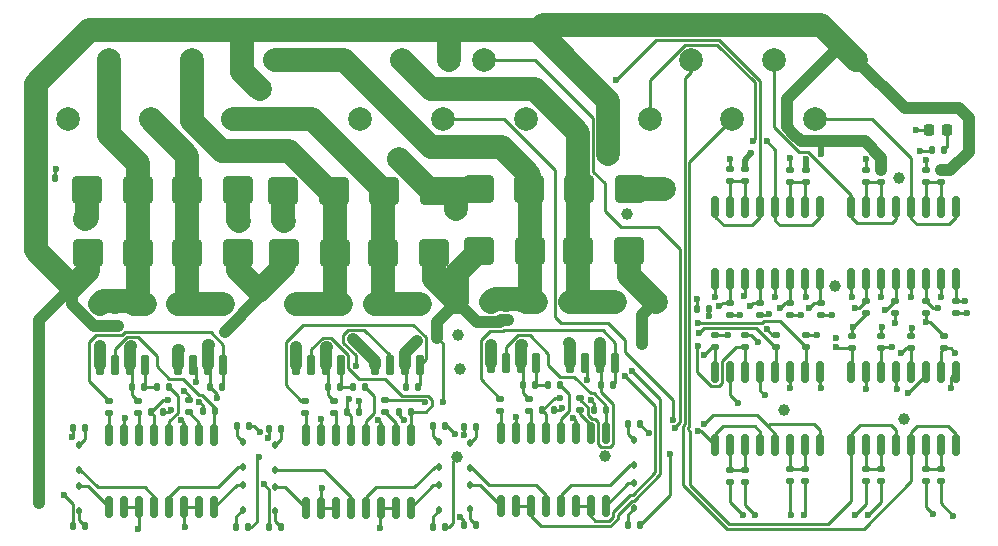
<source format=gbr>
%TF.GenerationSoftware,KiCad,Pcbnew,7.0.8-7.0.8~ubuntu22.04.1*%
%TF.CreationDate,2023-11-03T21:58:31+01:00*%
%TF.ProjectId,door_if4_usb,646f6f72-5f69-4663-945f-7573622e6b69,rev?*%
%TF.SameCoordinates,Original*%
%TF.FileFunction,Copper,L1,Top*%
%TF.FilePolarity,Positive*%
%FSLAX46Y46*%
G04 Gerber Fmt 4.6, Leading zero omitted, Abs format (unit mm)*
G04 Created by KiCad (PCBNEW 7.0.8-7.0.8~ubuntu22.04.1) date 2023-11-03 21:58:31*
%MOMM*%
%LPD*%
G01*
G04 APERTURE LIST*
G04 Aperture macros list*
%AMRoundRect*
0 Rectangle with rounded corners*
0 $1 Rounding radius*
0 $2 $3 $4 $5 $6 $7 $8 $9 X,Y pos of 4 corners*
0 Add a 4 corners polygon primitive as box body*
4,1,4,$2,$3,$4,$5,$6,$7,$8,$9,$2,$3,0*
0 Add four circle primitives for the rounded corners*
1,1,$1+$1,$2,$3*
1,1,$1+$1,$4,$5*
1,1,$1+$1,$6,$7*
1,1,$1+$1,$8,$9*
0 Add four rect primitives between the rounded corners*
20,1,$1+$1,$2,$3,$4,$5,0*
20,1,$1+$1,$4,$5,$6,$7,0*
20,1,$1+$1,$6,$7,$8,$9,0*
20,1,$1+$1,$8,$9,$2,$3,0*%
G04 Aperture macros list end*
%TA.AperFunction,ComponentPad*%
%ADD10C,2.000000*%
%TD*%
%TA.AperFunction,SMDPad,CuDef*%
%ADD11RoundRect,0.112500X-0.112500X0.187500X-0.112500X-0.187500X0.112500X-0.187500X0.112500X0.187500X0*%
%TD*%
%TA.AperFunction,SMDPad,CuDef*%
%ADD12RoundRect,0.250000X-1.000000X-0.900000X1.000000X-0.900000X1.000000X0.900000X-1.000000X0.900000X0*%
%TD*%
%TA.AperFunction,SMDPad,CuDef*%
%ADD13RoundRect,0.135000X0.185000X-0.135000X0.185000X0.135000X-0.185000X0.135000X-0.185000X-0.135000X0*%
%TD*%
%TA.AperFunction,SMDPad,CuDef*%
%ADD14RoundRect,0.135000X-0.135000X-0.185000X0.135000X-0.185000X0.135000X0.185000X-0.135000X0.185000X0*%
%TD*%
%TA.AperFunction,SMDPad,CuDef*%
%ADD15RoundRect,0.135000X-0.185000X0.135000X-0.185000X-0.135000X0.185000X-0.135000X0.185000X0.135000X0*%
%TD*%
%TA.AperFunction,SMDPad,CuDef*%
%ADD16RoundRect,0.162500X-0.162500X0.750000X-0.162500X-0.750000X0.162500X-0.750000X0.162500X0.750000X0*%
%TD*%
%TA.AperFunction,SMDPad,CuDef*%
%ADD17RoundRect,0.250000X1.000000X0.900000X-1.000000X0.900000X-1.000000X-0.900000X1.000000X-0.900000X0*%
%TD*%
%TA.AperFunction,SMDPad,CuDef*%
%ADD18RoundRect,0.135000X0.135000X0.185000X-0.135000X0.185000X-0.135000X-0.185000X0.135000X-0.185000X0*%
%TD*%
%TA.AperFunction,SMDPad,CuDef*%
%ADD19RoundRect,0.150000X0.150000X-0.725000X0.150000X0.725000X-0.150000X0.725000X-0.150000X-0.725000X0*%
%TD*%
%TA.AperFunction,SMDPad,CuDef*%
%ADD20RoundRect,0.218750X-0.218750X-0.256250X0.218750X-0.256250X0.218750X0.256250X-0.218750X0.256250X0*%
%TD*%
%TA.AperFunction,SMDPad,CuDef*%
%ADD21RoundRect,0.112500X0.112500X-0.187500X0.112500X0.187500X-0.112500X0.187500X-0.112500X-0.187500X0*%
%TD*%
%TA.AperFunction,SMDPad,CuDef*%
%ADD22RoundRect,0.162500X0.162500X-0.750000X0.162500X0.750000X-0.162500X0.750000X-0.162500X-0.750000X0*%
%TD*%
%TA.AperFunction,SMDPad,CuDef*%
%ADD23RoundRect,0.140000X0.140000X0.170000X-0.140000X0.170000X-0.140000X-0.170000X0.140000X-0.170000X0*%
%TD*%
%TA.AperFunction,SMDPad,CuDef*%
%ADD24RoundRect,0.140000X-0.140000X-0.170000X0.140000X-0.170000X0.140000X0.170000X-0.140000X0.170000X0*%
%TD*%
%TA.AperFunction,ViaPad*%
%ADD25C,0.600000*%
%TD*%
%TA.AperFunction,ViaPad*%
%ADD26C,1.000000*%
%TD*%
%TA.AperFunction,ViaPad*%
%ADD27C,2.000000*%
%TD*%
%TA.AperFunction,Conductor*%
%ADD28C,0.250000*%
%TD*%
%TA.AperFunction,Conductor*%
%ADD29C,2.000000*%
%TD*%
%TA.AperFunction,Conductor*%
%ADD30C,1.000000*%
%TD*%
%TA.AperFunction,Conductor*%
%ADD31C,0.500000*%
%TD*%
G04 APERTURE END LIST*
D10*
%TO.P,J1,1,Pin_1*%
%TO.N,+24V*%
X139000000Y-94500000D03*
%TO.P,J1,2,Pin_2*%
%TO.N,IN1*%
X135500000Y-99500000D03*
%TO.P,J1,3,Pin_3*%
%TO.N,IN2*%
X132000000Y-94500000D03*
%TO.P,J1,4,Pin_4*%
%TO.N,IN3*%
X128500000Y-99500000D03*
%TO.P,J1,5,Pin_5*%
%TO.N,IN4*%
X125000000Y-94500000D03*
%TO.P,J1,6,Pin_6*%
%TO.N,IN5*%
X121500000Y-99500000D03*
%TD*%
D11*
%TO.P,D2,1,K*%
%TO.N,Net-(D2-K)*%
X106300000Y-130450000D03*
%TO.P,D2,2,A*%
%TO.N,Net-(D2-A)*%
X106300000Y-132550000D03*
%TD*%
D12*
%TO.P,D24,1,K*%
%TO.N,+24V*%
X73900000Y-110850000D03*
%TO.P,D24,2,A*%
%TO.N,OUT6*%
X78200000Y-110850000D03*
%TD*%
D13*
%TO.P,R8,1*%
%TO.N,Net-(R8-Pad1)*%
X111300000Y-124210000D03*
%TO.P,R8,2*%
%TO.N,+24V*%
X111300000Y-123190000D03*
%TD*%
D14*
%TO.P,R35,1*%
%TO.N,GND*%
X72640000Y-125700000D03*
%TO.P,R35,2*%
%TO.N,Net-(D19-K)*%
X73660000Y-125700000D03*
%TD*%
D15*
%TO.P,R51,1*%
%TO.N,Net-(R50-Pad1)*%
X141100000Y-129140000D03*
%TO.P,R51,2*%
%TO.N,GNDA*%
X141100000Y-130160000D03*
%TD*%
D13*
%TO.P,R60,1*%
%TO.N,Net-(R60-Pad1)*%
X129550000Y-104760000D03*
%TO.P,R60,2*%
%TO.N,+24V*%
X129550000Y-103740000D03*
%TD*%
D12*
%TO.P,D7,1,K*%
%TO.N,OUT1*%
X115500000Y-105400000D03*
%TO.P,D7,2,A*%
%TO.N,GNDA*%
X119800000Y-105400000D03*
%TD*%
D14*
%TO.P,R22,1*%
%TO.N,+3V3*%
X89265000Y-134025000D03*
%TO.P,R22,2*%
%TO.N,Net-(D10-A)*%
X90285000Y-134025000D03*
%TD*%
D16*
%TO.P,U3,16*%
%TO.N,S_IN1A*%
X147445000Y-113087500D03*
%TO.P,U3,15*%
%TO.N,GND*%
X146175000Y-113087500D03*
%TO.P,U3,14*%
%TO.N,S_IN1B*%
X144905000Y-113087500D03*
%TO.P,U3,13*%
%TO.N,GND*%
X143635000Y-113087500D03*
%TO.P,U3,12*%
%TO.N,S_IN2A*%
X142365000Y-113087500D03*
%TO.P,U3,11*%
%TO.N,GND*%
X141095000Y-113087500D03*
%TO.P,U3,10*%
%TO.N,S_IN2B*%
X139825000Y-113087500D03*
%TO.P,U3,9*%
%TO.N,GND*%
X138555000Y-113087500D03*
%TO.P,U3,8*%
%TO.N,IN2*%
X138555000Y-106912500D03*
%TO.P,U3,7*%
%TO.N,Net-(R20-Pad1)*%
X139825000Y-106912500D03*
%TO.P,U3,6*%
X141095000Y-106912500D03*
%TO.P,U3,5*%
%TO.N,IN2*%
X142365000Y-106912500D03*
%TO.P,U3,4*%
%TO.N,IN1*%
X143635000Y-106912500D03*
%TO.P,U3,3*%
%TO.N,Net-(R18-Pad1)*%
X144905000Y-106912500D03*
%TO.P,U3,2*%
X146175000Y-106912500D03*
%TO.P,U3,1*%
%TO.N,IN1*%
X147445000Y-106912500D03*
%TD*%
D13*
%TO.P,R38,1*%
%TO.N,Net-(R38-Pad1)*%
X75700000Y-124370000D03*
%TO.P,R38,2*%
%TO.N,Net-(Q5-G2)*%
X75700000Y-123350000D03*
%TD*%
D17*
%TO.P,D22,1,K*%
%TO.N,+24V*%
X86600000Y-110850000D03*
%TO.P,D22,2,A*%
%TO.N,OUT5*%
X82300000Y-110850000D03*
%TD*%
D13*
%TO.P,R21,1*%
%TO.N,Net-(R20-Pad1)*%
X139850000Y-104810000D03*
%TO.P,R21,2*%
%TO.N,GNDA*%
X139850000Y-103790000D03*
%TD*%
D17*
%TO.P,D9,1,K*%
%TO.N,OUT2*%
X111300000Y-105400000D03*
%TO.P,D9,2,A*%
%TO.N,GNDA*%
X107000000Y-105400000D03*
%TD*%
D12*
%TO.P,D16,1,K*%
%TO.N,+24V*%
X90525000Y-110875000D03*
%TO.P,D16,2,A*%
%TO.N,OUT4*%
X94825000Y-110875000D03*
%TD*%
D18*
%TO.P,R39,1*%
%TO.N,Net-(R39-Pad1)*%
X80760000Y-122150000D03*
%TO.P,R39,2*%
%TO.N,Net-(Q6-G2)*%
X79740000Y-122150000D03*
%TD*%
D13*
%TO.P,R54,1*%
%TO.N,+3V3*%
X136000000Y-116110000D03*
%TO.P,R54,2*%
%TO.N,S_IN5A*%
X136000000Y-115090000D03*
%TD*%
D18*
%TO.P,R37,1*%
%TO.N,GND*%
X87520000Y-134050000D03*
%TO.P,R37,2*%
%TO.N,Net-(D21-K)*%
X86500000Y-134050000D03*
%TD*%
D13*
%TO.P,R17,1*%
%TO.N,+3V3*%
X139800000Y-115910000D03*
%TO.P,R17,2*%
%TO.N,S_IN2B*%
X139800000Y-114890000D03*
%TD*%
%TO.P,R55,1*%
%TO.N,+3V3*%
X133350000Y-116060000D03*
%TO.P,R55,2*%
%TO.N,S_IN5B*%
X133350000Y-115040000D03*
%TD*%
D19*
%TO.P,Q4,1,S1*%
%TO.N,GNDA*%
X91570000Y-120350000D03*
%TO.P,Q4,2,G1*%
%TO.N,Net-(Q4-G1)*%
X92840000Y-120350000D03*
%TO.P,Q4,3,S2*%
%TO.N,+24V*%
X94110000Y-120350000D03*
%TO.P,Q4,4,G2*%
%TO.N,Net-(Q4-G2)*%
X95380000Y-120350000D03*
%TO.P,Q4,5,D*%
%TO.N,OUT4*%
X95380000Y-115200000D03*
%TO.P,Q4,6,D*%
X94110000Y-115200000D03*
%TO.P,Q4,7,D*%
X92840000Y-115200000D03*
%TO.P,Q4,8,D*%
X91570000Y-115200000D03*
%TD*%
D13*
%TO.P,R20,1*%
%TO.N,Net-(R20-Pad1)*%
X141100000Y-104810000D03*
%TO.P,R20,2*%
%TO.N,+24V*%
X141100000Y-103790000D03*
%TD*%
D18*
%TO.P,R5,1*%
%TO.N,GND*%
X120670000Y-133900000D03*
%TO.P,R5,2*%
%TO.N,Net-(D5-K)*%
X119650000Y-133900000D03*
%TD*%
D20*
%TO.P,D1,1,K*%
%TO.N,GND*%
X145112500Y-100400000D03*
%TO.P,D1,2,A*%
%TO.N,Net-(D1-A)*%
X146687500Y-100400000D03*
%TD*%
D18*
%TO.P,R10,1*%
%TO.N,GNDA*%
X113410000Y-124150000D03*
%TO.P,R10,2*%
%TO.N,Net-(Q1-G1)*%
X112390000Y-124150000D03*
%TD*%
D13*
%TO.P,R59,1*%
%TO.N,Net-(R58-Pad1)*%
X133400000Y-104810000D03*
%TO.P,R59,2*%
%TO.N,GNDA*%
X133400000Y-103790000D03*
%TD*%
D10*
%TO.P,J3,1,Pin_1*%
%TO.N,OUT2*%
X89750000Y-94500000D03*
%TO.P,J3,2,Pin_2*%
%TO.N,OUT3*%
X86250000Y-99500000D03*
%TO.P,J3,3,Pin_3*%
%TO.N,OUT4*%
X82750000Y-94500000D03*
%TO.P,J3,4,Pin_4*%
%TO.N,OUT5*%
X79250000Y-99500000D03*
%TO.P,J3,5,Pin_5*%
%TO.N,OUT6*%
X75750000Y-94500000D03*
%TO.P,J3,6,Pin_6*%
%TO.N,GNDA*%
X72250000Y-99500000D03*
%TD*%
D13*
%TO.P,R29,1*%
%TO.N,Net-(R29-Pad1)*%
X99075000Y-124335000D03*
%TO.P,R29,2*%
%TO.N,+24V*%
X99075000Y-123315000D03*
%TD*%
D15*
%TO.P,R49,1*%
%TO.N,+3V3*%
X146400000Y-117890000D03*
%TO.P,R49,2*%
%TO.N,S_IN4B*%
X146400000Y-118910000D03*
%TD*%
%TO.P,R66,1*%
%TO.N,Net-(R66-Pad1)*%
X128300000Y-129190000D03*
%TO.P,R66,2*%
%TO.N,+24V*%
X128300000Y-130210000D03*
%TD*%
D18*
%TO.P,R4,1*%
%TO.N,+3V3*%
X120710000Y-125350000D03*
%TO.P,R4,2*%
%TO.N,Net-(D4-A)*%
X119690000Y-125350000D03*
%TD*%
D15*
%TO.P,R52,1*%
%TO.N,Net-(R52-Pad1)*%
X144900000Y-129140000D03*
%TO.P,R52,2*%
%TO.N,+24V*%
X144900000Y-130160000D03*
%TD*%
D19*
%TO.P,Q6,1,S1*%
%TO.N,GNDA*%
X74945000Y-120325000D03*
%TO.P,Q6,2,G1*%
%TO.N,Net-(Q6-G1)*%
X76215000Y-120325000D03*
%TO.P,Q6,3,S2*%
%TO.N,+24V*%
X77485000Y-120325000D03*
%TO.P,Q6,4,G2*%
%TO.N,Net-(Q6-G2)*%
X78755000Y-120325000D03*
%TO.P,Q6,5,D*%
%TO.N,OUT6*%
X78755000Y-115175000D03*
%TO.P,Q6,6,D*%
X77485000Y-115175000D03*
%TO.P,Q6,7,D*%
X76215000Y-115175000D03*
%TO.P,Q6,8,D*%
X74945000Y-115175000D03*
%TD*%
D15*
%TO.P,R64,1*%
%TO.N,+3V3*%
X132150000Y-117790000D03*
%TO.P,R64,2*%
%TO.N,S_IN8A*%
X132150000Y-118810000D03*
%TD*%
D14*
%TO.P,R2,1*%
%TO.N,+3V3*%
X105790000Y-133850000D03*
%TO.P,R2,2*%
%TO.N,Net-(D2-A)*%
X106810000Y-133850000D03*
%TD*%
D13*
%TO.P,R9,1*%
%TO.N,Net-(R9-Pad1)*%
X115600000Y-124160000D03*
%TO.P,R9,2*%
%TO.N,+24V*%
X115600000Y-123140000D03*
%TD*%
D18*
%TO.P,R45,1*%
%TO.N,Net-(Q6-G2)*%
X78660000Y-122150000D03*
%TO.P,R45,2*%
%TO.N,+24V*%
X77640000Y-122150000D03*
%TD*%
%TO.P,R7,1*%
%TO.N,Net-(R7-Pad1)*%
X113910000Y-122000000D03*
%TO.P,R7,2*%
%TO.N,Net-(Q2-G2)*%
X112890000Y-122000000D03*
%TD*%
D11*
%TO.P,D10,1,K*%
%TO.N,Net-(D10-K)*%
X89775000Y-130625000D03*
%TO.P,D10,2,A*%
%TO.N,Net-(D10-A)*%
X89775000Y-132725000D03*
%TD*%
D14*
%TO.P,R31,1*%
%TO.N,GNDA*%
X100265000Y-124275000D03*
%TO.P,R31,2*%
%TO.N,Net-(Q4-G1)*%
X101285000Y-124275000D03*
%TD*%
D13*
%TO.P,R56,1*%
%TO.N,+3V3*%
X130850000Y-116060000D03*
%TO.P,R56,2*%
%TO.N,S_IN6A*%
X130850000Y-115040000D03*
%TD*%
D19*
%TO.P,Q1,1,S1*%
%TO.N,GNDA*%
X114745000Y-120175000D03*
%TO.P,Q1,2,G1*%
%TO.N,Net-(Q1-G1)*%
X116015000Y-120175000D03*
%TO.P,Q1,3,S2*%
%TO.N,+24V*%
X117285000Y-120175000D03*
%TO.P,Q1,4,G2*%
%TO.N,Net-(Q1-G2)*%
X118555000Y-120175000D03*
%TO.P,Q1,5,D*%
%TO.N,OUT1*%
X118555000Y-115025000D03*
%TO.P,Q1,6,D*%
X117285000Y-115025000D03*
%TO.P,Q1,7,D*%
X116015000Y-115025000D03*
%TO.P,Q1,8,D*%
X114745000Y-115025000D03*
%TD*%
D15*
%TO.P,R47,1*%
%TO.N,+3V3*%
X141100000Y-117890000D03*
%TO.P,R47,2*%
%TO.N,S_IN3B*%
X141100000Y-118910000D03*
%TD*%
D17*
%TO.P,D25,1,K*%
%TO.N,OUT6*%
X78150000Y-105550000D03*
%TO.P,D25,2,A*%
%TO.N,GNDA*%
X73850000Y-105550000D03*
%TD*%
D18*
%TO.P,R12,1*%
%TO.N,Net-(Q1-G2)*%
X118410000Y-122000000D03*
%TO.P,R12,2*%
%TO.N,+24V*%
X117390000Y-122000000D03*
%TD*%
D19*
%TO.P,Q5,1,S1*%
%TO.N,GNDA*%
X81595000Y-120325000D03*
%TO.P,Q5,2,G1*%
%TO.N,Net-(Q5-G1)*%
X82865000Y-120325000D03*
%TO.P,Q5,3,S2*%
%TO.N,+24V*%
X84135000Y-120325000D03*
%TO.P,Q5,4,G2*%
%TO.N,Net-(Q5-G2)*%
X85405000Y-120325000D03*
%TO.P,Q5,5,D*%
%TO.N,OUT5*%
X85405000Y-115175000D03*
%TO.P,Q5,6,D*%
X84135000Y-115175000D03*
%TO.P,Q5,7,D*%
X82865000Y-115175000D03*
%TO.P,Q5,8,D*%
X81595000Y-115175000D03*
%TD*%
D14*
%TO.P,R11,1*%
%TO.N,GNDA*%
X116790000Y-124100000D03*
%TO.P,R11,2*%
%TO.N,Net-(Q2-G1)*%
X117810000Y-124100000D03*
%TD*%
D21*
%TO.P,D12,1,K*%
%TO.N,Net-(D12-K)*%
X103675000Y-128975000D03*
%TO.P,D12,2,A*%
%TO.N,Net-(D12-A)*%
X103675000Y-126875000D03*
%TD*%
D18*
%TO.P,R25,1*%
%TO.N,GND*%
X104145000Y-134075000D03*
%TO.P,R25,2*%
%TO.N,Net-(D13-K)*%
X103125000Y-134075000D03*
%TD*%
D11*
%TO.P,D18,1,K*%
%TO.N,Net-(D18-K)*%
X73150000Y-130600000D03*
%TO.P,D18,2,A*%
%TO.N,Net-(D18-A)*%
X73150000Y-132700000D03*
%TD*%
D21*
%TO.P,D20,1,K*%
%TO.N,Net-(D20-K)*%
X87050000Y-128950000D03*
%TO.P,D20,2,A*%
%TO.N,Net-(D20-A)*%
X87050000Y-126850000D03*
%TD*%
D18*
%TO.P,R13,1*%
%TO.N,Net-(Q2-G2)*%
X111810000Y-122000000D03*
%TO.P,R13,2*%
%TO.N,+24V*%
X110790000Y-122000000D03*
%TD*%
D13*
%TO.P,R18,1*%
%TO.N,Net-(R18-Pad1)*%
X146200000Y-104860000D03*
%TO.P,R18,2*%
%TO.N,+24V*%
X146200000Y-103840000D03*
%TD*%
D16*
%TO.P,U7,16*%
%TO.N,S_IN5A*%
X135945000Y-113087500D03*
%TO.P,U7,15*%
%TO.N,GND*%
X134675000Y-113087500D03*
%TO.P,U7,14*%
%TO.N,S_IN5B*%
X133405000Y-113087500D03*
%TO.P,U7,13*%
%TO.N,GND*%
X132135000Y-113087500D03*
%TO.P,U7,12*%
%TO.N,S_IN6A*%
X130865000Y-113087500D03*
%TO.P,U7,11*%
%TO.N,GND*%
X129595000Y-113087500D03*
%TO.P,U7,10*%
%TO.N,S_IN6B*%
X128325000Y-113087500D03*
%TO.P,U7,9*%
%TO.N,GND*%
X127055000Y-113087500D03*
%TO.P,U7,8*%
%TO.N,IN6*%
X127055000Y-106912500D03*
%TO.P,U7,7*%
%TO.N,Net-(R60-Pad1)*%
X128325000Y-106912500D03*
%TO.P,U7,6*%
X129595000Y-106912500D03*
%TO.P,U7,5*%
%TO.N,IN6*%
X130865000Y-106912500D03*
%TO.P,U7,4*%
%TO.N,IN5*%
X132135000Y-106912500D03*
%TO.P,U7,3*%
%TO.N,Net-(R58-Pad1)*%
X133405000Y-106912500D03*
%TO.P,U7,2*%
X134675000Y-106912500D03*
%TO.P,U7,1*%
%TO.N,IN5*%
X135945000Y-106912500D03*
%TD*%
D18*
%TO.P,R30,1*%
%TO.N,GNDA*%
X96885000Y-124325000D03*
%TO.P,R30,2*%
%TO.N,Net-(Q3-G1)*%
X95865000Y-124325000D03*
%TD*%
D13*
%TO.P,R16,1*%
%TO.N,+3V3*%
X142300000Y-115910000D03*
%TO.P,R16,2*%
%TO.N,S_IN2A*%
X142300000Y-114890000D03*
%TD*%
%TO.P,R26,1*%
%TO.N,Net-(R26-Pad1)*%
X92325000Y-124395000D03*
%TO.P,R26,2*%
%TO.N,Net-(Q3-G2)*%
X92325000Y-123375000D03*
%TD*%
D18*
%TO.P,R27,1*%
%TO.N,Net-(R27-Pad1)*%
X97385000Y-122175000D03*
%TO.P,R27,2*%
%TO.N,Net-(Q4-G2)*%
X96365000Y-122175000D03*
%TD*%
D15*
%TO.P,R46,1*%
%TO.N,+3V3*%
X138600000Y-117890000D03*
%TO.P,R46,2*%
%TO.N,S_IN3A*%
X138600000Y-118910000D03*
%TD*%
D18*
%TO.P,R24,1*%
%TO.N,+3V3*%
X104185000Y-125525000D03*
%TO.P,R24,2*%
%TO.N,Net-(D12-A)*%
X103165000Y-125525000D03*
%TD*%
D11*
%TO.P,D3,1,K*%
%TO.N,Net-(D3-K)*%
X106300000Y-126950000D03*
%TO.P,D3,2,A*%
%TO.N,Net-(D3-A)*%
X106300000Y-129050000D03*
%TD*%
D13*
%TO.P,R57,1*%
%TO.N,+3V3*%
X128300000Y-116060000D03*
%TO.P,R57,2*%
%TO.N,S_IN6B*%
X128300000Y-115040000D03*
%TD*%
D15*
%TO.P,R63,1*%
%TO.N,+3V3*%
X129600000Y-117790000D03*
%TO.P,R63,2*%
%TO.N,S_IN7B*%
X129600000Y-118810000D03*
%TD*%
D12*
%TO.P,D8,1,K*%
%TO.N,+24V*%
X107050000Y-110700000D03*
%TO.P,D8,2,A*%
%TO.N,OUT2*%
X111350000Y-110700000D03*
%TD*%
%TO.P,D23,1,K*%
%TO.N,OUT5*%
X82350000Y-105550000D03*
%TO.P,D23,2,A*%
%TO.N,GNDA*%
X86650000Y-105550000D03*
%TD*%
D18*
%TO.P,R42,1*%
%TO.N,GNDA*%
X80260000Y-124300000D03*
%TO.P,R42,2*%
%TO.N,Net-(Q5-G1)*%
X79240000Y-124300000D03*
%TD*%
D17*
%TO.P,D17,1,K*%
%TO.N,OUT4*%
X94775000Y-105575000D03*
%TO.P,D17,2,A*%
%TO.N,GNDA*%
X90475000Y-105575000D03*
%TD*%
D15*
%TO.P,R67,1*%
%TO.N,Net-(R66-Pad1)*%
X129600000Y-129190000D03*
%TO.P,R67,2*%
%TO.N,GNDA*%
X129600000Y-130210000D03*
%TD*%
D21*
%TO.P,D5,1,K*%
%TO.N,Net-(D5-K)*%
X120200000Y-132450000D03*
%TO.P,D5,2,A*%
%TO.N,Net-(D5-A)*%
X120200000Y-130350000D03*
%TD*%
D18*
%TO.P,R36,1*%
%TO.N,+3V3*%
X87560000Y-125500000D03*
%TO.P,R36,2*%
%TO.N,Net-(D20-A)*%
X86540000Y-125500000D03*
%TD*%
D22*
%TO.P,U8,16*%
%TO.N,S_IN7A*%
X127055000Y-120912500D03*
%TO.P,U8,15*%
%TO.N,GND*%
X128325000Y-120912500D03*
%TO.P,U8,14*%
%TO.N,S_IN7B*%
X129595000Y-120912500D03*
%TO.P,U8,13*%
%TO.N,GND*%
X130865000Y-120912500D03*
%TO.P,U8,12*%
%TO.N,S_IN8A*%
X132135000Y-120912500D03*
%TO.P,U8,11*%
%TO.N,GND*%
X133405000Y-120912500D03*
%TO.P,U8,10*%
%TO.N,S_IN8B*%
X134675000Y-120912500D03*
%TO.P,U8,9*%
%TO.N,GND*%
X135945000Y-120912500D03*
%TO.P,U8,8*%
%TO.N,IN8*%
X135945000Y-127087500D03*
%TO.P,U8,7*%
%TO.N,Net-(R68-Pad1)*%
X134675000Y-127087500D03*
%TO.P,U8,6*%
X133405000Y-127087500D03*
%TO.P,U8,5*%
%TO.N,IN8*%
X132135000Y-127087500D03*
%TO.P,U8,4*%
%TO.N,IN7*%
X130865000Y-127087500D03*
%TO.P,U8,3*%
%TO.N,Net-(R66-Pad1)*%
X129595000Y-127087500D03*
%TO.P,U8,2*%
X128325000Y-127087500D03*
%TO.P,U8,1*%
%TO.N,IN7*%
X127055000Y-127087500D03*
%TD*%
D14*
%TO.P,R23,1*%
%TO.N,GND*%
X89265000Y-125725000D03*
%TO.P,R23,2*%
%TO.N,Net-(D11-K)*%
X90285000Y-125725000D03*
%TD*%
D19*
%TO.P,Q2,1,S1*%
%TO.N,GNDA*%
X108095000Y-120175000D03*
%TO.P,Q2,2,G1*%
%TO.N,Net-(Q2-G1)*%
X109365000Y-120175000D03*
%TO.P,Q2,3,S2*%
%TO.N,+24V*%
X110635000Y-120175000D03*
%TO.P,Q2,4,G2*%
%TO.N,Net-(Q2-G2)*%
X111905000Y-120175000D03*
%TO.P,Q2,5,D*%
%TO.N,OUT2*%
X111905000Y-115025000D03*
%TO.P,Q2,6,D*%
X110635000Y-115025000D03*
%TO.P,Q2,7,D*%
X109365000Y-115025000D03*
%TO.P,Q2,8,D*%
X108095000Y-115025000D03*
%TD*%
D22*
%TO.P,U4,1*%
%TO.N,Net-(D10-K)*%
X92380000Y-132412500D03*
%TO.P,U4,2*%
%TO.N,S_OUT3*%
X93650000Y-132412500D03*
%TO.P,U4,3*%
X94920000Y-132412500D03*
%TO.P,U4,4*%
%TO.N,Net-(D11-A)*%
X96190000Y-132412500D03*
%TO.P,U4,5*%
%TO.N,Net-(D12-K)*%
X97460000Y-132412500D03*
%TO.P,U4,6*%
%TO.N,S_OUT4*%
X98730000Y-132412500D03*
%TO.P,U4,7*%
X100000000Y-132412500D03*
%TO.P,U4,8*%
%TO.N,Net-(D13-A)*%
X101270000Y-132412500D03*
%TO.P,U4,9*%
%TO.N,Net-(Q4-G1)*%
X101270000Y-126237500D03*
%TO.P,U4,10*%
%TO.N,Net-(R29-Pad1)*%
X100000000Y-126237500D03*
%TO.P,U4,11*%
%TO.N,GNDA*%
X98730000Y-126237500D03*
%TO.P,U4,12*%
%TO.N,Net-(R27-Pad1)*%
X97460000Y-126237500D03*
%TO.P,U4,13*%
%TO.N,Net-(Q3-G1)*%
X96190000Y-126237500D03*
%TO.P,U4,14*%
%TO.N,Net-(R28-Pad1)*%
X94920000Y-126237500D03*
%TO.P,U4,15*%
%TO.N,GNDA*%
X93650000Y-126237500D03*
%TO.P,U4,16*%
%TO.N,Net-(R26-Pad1)*%
X92380000Y-126237500D03*
%TD*%
D15*
%TO.P,R68,1*%
%TO.N,Net-(R68-Pad1)*%
X133400000Y-129140000D03*
%TO.P,R68,2*%
%TO.N,+24V*%
X133400000Y-130160000D03*
%TD*%
D22*
%TO.P,U2,1*%
%TO.N,Net-(D2-K)*%
X108905000Y-132237500D03*
%TO.P,U2,2*%
%TO.N,S_OUT1*%
X110175000Y-132237500D03*
%TO.P,U2,3*%
X111445000Y-132237500D03*
%TO.P,U2,4*%
%TO.N,Net-(D3-A)*%
X112715000Y-132237500D03*
%TO.P,U2,5*%
%TO.N,Net-(D4-K)*%
X113985000Y-132237500D03*
%TO.P,U2,6*%
%TO.N,S_OUT2*%
X115255000Y-132237500D03*
%TO.P,U2,7*%
X116525000Y-132237500D03*
%TO.P,U2,8*%
%TO.N,Net-(D5-A)*%
X117795000Y-132237500D03*
%TO.P,U2,9*%
%TO.N,Net-(Q2-G1)*%
X117795000Y-126062500D03*
%TO.P,U2,10*%
%TO.N,Net-(R9-Pad1)*%
X116525000Y-126062500D03*
%TO.P,U2,11*%
%TO.N,GNDA*%
X115255000Y-126062500D03*
%TO.P,U2,12*%
%TO.N,Net-(R7-Pad1)*%
X113985000Y-126062500D03*
%TO.P,U2,13*%
%TO.N,Net-(Q1-G1)*%
X112715000Y-126062500D03*
%TO.P,U2,14*%
%TO.N,Net-(R8-Pad1)*%
X111445000Y-126062500D03*
%TO.P,U2,15*%
%TO.N,GNDA*%
X110175000Y-126062500D03*
%TO.P,U2,16*%
%TO.N,Net-(R6-Pad1)*%
X108905000Y-126062500D03*
%TD*%
D14*
%TO.P,R3,1*%
%TO.N,GND*%
X105790000Y-125550000D03*
%TO.P,R3,2*%
%TO.N,Net-(D3-K)*%
X106810000Y-125550000D03*
%TD*%
D17*
%TO.P,D14,1,K*%
%TO.N,+24V*%
X103225000Y-110875000D03*
%TO.P,D14,2,A*%
%TO.N,OUT3*%
X98925000Y-110875000D03*
%TD*%
D10*
%TO.P,J2,1,Pin_1*%
%TO.N,+24V*%
X114500000Y-94500000D03*
%TO.P,J2,2,Pin_2*%
%TO.N,IN6*%
X111000000Y-99500000D03*
%TO.P,J2,3,Pin_3*%
%TO.N,IN7*%
X107500000Y-94500000D03*
%TO.P,J2,4,Pin_4*%
%TO.N,IN8*%
X104000000Y-99500000D03*
%TO.P,J2,5,Pin_5*%
%TO.N,OUT1*%
X100500000Y-94500000D03*
%TO.P,J2,6,Pin_6*%
%TO.N,GNDA*%
X97000000Y-99500000D03*
%TD*%
D21*
%TO.P,D13,1,K*%
%TO.N,Net-(D13-K)*%
X103675000Y-132625000D03*
%TO.P,D13,2,A*%
%TO.N,Net-(D13-A)*%
X103675000Y-130525000D03*
%TD*%
D15*
%TO.P,R69,1*%
%TO.N,Net-(R68-Pad1)*%
X134650000Y-129140000D03*
%TO.P,R69,2*%
%TO.N,GNDA*%
X134650000Y-130160000D03*
%TD*%
D19*
%TO.P,Q3,1,S1*%
%TO.N,GNDA*%
X98220000Y-120350000D03*
%TO.P,Q3,2,G1*%
%TO.N,Net-(Q3-G1)*%
X99490000Y-120350000D03*
%TO.P,Q3,3,S2*%
%TO.N,+24V*%
X100760000Y-120350000D03*
%TO.P,Q3,4,G2*%
%TO.N,Net-(Q3-G2)*%
X102030000Y-120350000D03*
%TO.P,Q3,5,D*%
%TO.N,OUT3*%
X102030000Y-115200000D03*
%TO.P,Q3,6,D*%
X100760000Y-115200000D03*
%TO.P,Q3,7,D*%
X99490000Y-115200000D03*
%TO.P,Q3,8,D*%
X98220000Y-115200000D03*
%TD*%
D13*
%TO.P,R15,1*%
%TO.N,+3V3*%
X144900000Y-115910000D03*
%TO.P,R15,2*%
%TO.N,S_IN1B*%
X144900000Y-114890000D03*
%TD*%
D12*
%TO.P,D15,1,K*%
%TO.N,OUT3*%
X98975000Y-105575000D03*
%TO.P,D15,2,A*%
%TO.N,GNDA*%
X103275000Y-105575000D03*
%TD*%
D15*
%TO.P,R53,1*%
%TO.N,Net-(R52-Pad1)*%
X146150000Y-129140000D03*
%TO.P,R53,2*%
%TO.N,GNDA*%
X146150000Y-130160000D03*
%TD*%
D13*
%TO.P,R19,1*%
%TO.N,Net-(R18-Pad1)*%
X144900000Y-104860000D03*
%TO.P,R19,2*%
%TO.N,GNDA*%
X144900000Y-103840000D03*
%TD*%
D21*
%TO.P,D21,1,K*%
%TO.N,Net-(D21-K)*%
X87050000Y-132600000D03*
%TO.P,D21,2,A*%
%TO.N,Net-(D21-A)*%
X87050000Y-130500000D03*
%TD*%
D23*
%TO.P,C2,1*%
%TO.N,+3V3*%
X126480000Y-115600000D03*
%TO.P,C2,2*%
%TO.N,GND*%
X125520000Y-115600000D03*
%TD*%
D18*
%TO.P,R33,1*%
%TO.N,Net-(Q4-G2)*%
X95285000Y-122175000D03*
%TO.P,R33,2*%
%TO.N,+24V*%
X94265000Y-122175000D03*
%TD*%
%TO.P,R44,1*%
%TO.N,Net-(Q5-G2)*%
X85260000Y-122150000D03*
%TO.P,R44,2*%
%TO.N,+24V*%
X84240000Y-122150000D03*
%TD*%
D11*
%TO.P,D19,1,K*%
%TO.N,Net-(D19-K)*%
X73150000Y-127100000D03*
%TO.P,D19,2,A*%
%TO.N,Net-(D19-A)*%
X73150000Y-129200000D03*
%TD*%
D13*
%TO.P,R61,1*%
%TO.N,Net-(R60-Pad1)*%
X128300000Y-104760000D03*
%TO.P,R61,2*%
%TO.N,GNDA*%
X128300000Y-103740000D03*
%TD*%
D18*
%TO.P,R32,1*%
%TO.N,Net-(Q3-G2)*%
X101885000Y-122175000D03*
%TO.P,R32,2*%
%TO.N,+24V*%
X100865000Y-122175000D03*
%TD*%
D13*
%TO.P,R41,1*%
%TO.N,Net-(R41-Pad1)*%
X82450000Y-124310000D03*
%TO.P,R41,2*%
%TO.N,+24V*%
X82450000Y-123290000D03*
%TD*%
D15*
%TO.P,R50,1*%
%TO.N,Net-(R50-Pad1)*%
X139800000Y-129140000D03*
%TO.P,R50,2*%
%TO.N,+24V*%
X139800000Y-130160000D03*
%TD*%
D18*
%TO.P,R1,1*%
%TO.N,Net-(D1-A)*%
X146410000Y-102100000D03*
%TO.P,R1,2*%
%TO.N,O_LED*%
X145390000Y-102100000D03*
%TD*%
D13*
%TO.P,R6,1*%
%TO.N,Net-(R6-Pad1)*%
X108850000Y-124220000D03*
%TO.P,R6,2*%
%TO.N,Net-(Q1-G2)*%
X108850000Y-123200000D03*
%TD*%
D15*
%TO.P,R48,1*%
%TO.N,+3V3*%
X143650000Y-117890000D03*
%TO.P,R48,2*%
%TO.N,S_IN4A*%
X143650000Y-118910000D03*
%TD*%
D13*
%TO.P,R14,1*%
%TO.N,+3V3*%
X147400000Y-115910000D03*
%TO.P,R14,2*%
%TO.N,S_IN1A*%
X147400000Y-114890000D03*
%TD*%
D17*
%TO.P,D6,1,K*%
%TO.N,+24V*%
X119750000Y-110700000D03*
%TO.P,D6,2,A*%
%TO.N,OUT1*%
X115450000Y-110700000D03*
%TD*%
D14*
%TO.P,R34,1*%
%TO.N,+3V3*%
X72640000Y-134000000D03*
%TO.P,R34,2*%
%TO.N,Net-(D18-A)*%
X73660000Y-134000000D03*
%TD*%
D15*
%TO.P,R62,1*%
%TO.N,+3V3*%
X127050000Y-117790000D03*
%TO.P,R62,2*%
%TO.N,S_IN7A*%
X127050000Y-118810000D03*
%TD*%
D21*
%TO.P,D4,1,K*%
%TO.N,Net-(D4-K)*%
X120200000Y-128800000D03*
%TO.P,D4,2,A*%
%TO.N,Net-(D4-A)*%
X120200000Y-126700000D03*
%TD*%
D24*
%TO.P,C1,1*%
%TO.N,+24V*%
X70220000Y-104500000D03*
%TO.P,C1,2*%
%TO.N,GNDA*%
X71180000Y-104500000D03*
%TD*%
D13*
%TO.P,R28,1*%
%TO.N,Net-(R28-Pad1)*%
X94775000Y-124385000D03*
%TO.P,R28,2*%
%TO.N,+24V*%
X94775000Y-123365000D03*
%TD*%
D15*
%TO.P,R65,1*%
%TO.N,+3V3*%
X134700000Y-117790000D03*
%TO.P,R65,2*%
%TO.N,S_IN8B*%
X134700000Y-118810000D03*
%TD*%
D13*
%TO.P,R58,1*%
%TO.N,Net-(R58-Pad1)*%
X134700000Y-104810000D03*
%TO.P,R58,2*%
%TO.N,+24V*%
X134700000Y-103790000D03*
%TD*%
D22*
%TO.P,U6,16*%
%TO.N,S_IN3A*%
X138555000Y-120912500D03*
%TO.P,U6,15*%
%TO.N,GND*%
X139825000Y-120912500D03*
%TO.P,U6,14*%
%TO.N,S_IN3B*%
X141095000Y-120912500D03*
%TO.P,U6,13*%
%TO.N,GND*%
X142365000Y-120912500D03*
%TO.P,U6,12*%
%TO.N,S_IN4A*%
X143635000Y-120912500D03*
%TO.P,U6,11*%
%TO.N,GND*%
X144905000Y-120912500D03*
%TO.P,U6,10*%
%TO.N,S_IN4B*%
X146175000Y-120912500D03*
%TO.P,U6,9*%
%TO.N,GND*%
X147445000Y-120912500D03*
%TO.P,U6,8*%
%TO.N,IN4*%
X147445000Y-127087500D03*
%TO.P,U6,7*%
%TO.N,Net-(R52-Pad1)*%
X146175000Y-127087500D03*
%TO.P,U6,6*%
X144905000Y-127087500D03*
%TO.P,U6,5*%
%TO.N,IN4*%
X143635000Y-127087500D03*
%TO.P,U6,4*%
%TO.N,IN3*%
X142365000Y-127087500D03*
%TO.P,U6,3*%
%TO.N,Net-(R50-Pad1)*%
X141095000Y-127087500D03*
%TO.P,U6,2*%
X139825000Y-127087500D03*
%TO.P,U6,1*%
%TO.N,IN3*%
X138555000Y-127087500D03*
%TD*%
D13*
%TO.P,R40,1*%
%TO.N,Net-(R40-Pad1)*%
X78150000Y-124360000D03*
%TO.P,R40,2*%
%TO.N,+24V*%
X78150000Y-123340000D03*
%TD*%
D14*
%TO.P,R43,1*%
%TO.N,GNDA*%
X83640000Y-124250000D03*
%TO.P,R43,2*%
%TO.N,Net-(Q6-G1)*%
X84660000Y-124250000D03*
%TD*%
D11*
%TO.P,D11,1,K*%
%TO.N,Net-(D11-K)*%
X89775000Y-127125000D03*
%TO.P,D11,2,A*%
%TO.N,Net-(D11-A)*%
X89775000Y-129225000D03*
%TD*%
D22*
%TO.P,U5,1*%
%TO.N,Net-(D18-K)*%
X75755000Y-132387500D03*
%TO.P,U5,2*%
%TO.N,S_OUT5*%
X77025000Y-132387500D03*
%TO.P,U5,3*%
X78295000Y-132387500D03*
%TO.P,U5,4*%
%TO.N,Net-(D19-A)*%
X79565000Y-132387500D03*
%TO.P,U5,5*%
%TO.N,Net-(D20-K)*%
X80835000Y-132387500D03*
%TO.P,U5,6*%
%TO.N,S_OUT6*%
X82105000Y-132387500D03*
%TO.P,U5,7*%
X83375000Y-132387500D03*
%TO.P,U5,8*%
%TO.N,Net-(D21-A)*%
X84645000Y-132387500D03*
%TO.P,U5,9*%
%TO.N,Net-(Q6-G1)*%
X84645000Y-126212500D03*
%TO.P,U5,10*%
%TO.N,Net-(R41-Pad1)*%
X83375000Y-126212500D03*
%TO.P,U5,11*%
%TO.N,GNDA*%
X82105000Y-126212500D03*
%TO.P,U5,12*%
%TO.N,Net-(R39-Pad1)*%
X80835000Y-126212500D03*
%TO.P,U5,13*%
%TO.N,Net-(Q5-G1)*%
X79565000Y-126212500D03*
%TO.P,U5,14*%
%TO.N,Net-(R40-Pad1)*%
X78295000Y-126212500D03*
%TO.P,U5,15*%
%TO.N,GNDA*%
X77025000Y-126212500D03*
%TO.P,U5,16*%
%TO.N,Net-(R38-Pad1)*%
X75755000Y-126212500D03*
%TD*%
D25*
%TO.N,GND*%
X123200000Y-127900000D03*
%TO.N,+3V3*%
X126500000Y-116200000D03*
%TO.N,GND*%
X125500000Y-114700000D03*
%TO.N,GNDA*%
X71200000Y-103700000D03*
%TO.N,GND*%
X88400000Y-128100000D03*
%TO.N,GNDA*%
X130400000Y-133000000D03*
X134600000Y-133000000D03*
X147200000Y-133100000D03*
X140000000Y-133000000D03*
%TO.N,+24V*%
X145505880Y-132950000D03*
X138900000Y-133000000D03*
X133500000Y-133000000D03*
X129400000Y-133000000D03*
D26*
X69800000Y-132000004D03*
D25*
%TO.N,+3V3*%
X121400000Y-126100000D03*
X105444905Y-133186450D03*
X105000000Y-126200000D03*
X88796752Y-130433953D03*
X88500000Y-126000000D03*
X71870567Y-131349448D03*
%TO.N,+24V*%
X130100000Y-102400000D03*
X133650000Y-100750000D03*
X134700000Y-102900000D03*
X136000000Y-102500000D03*
%TO.N,GNDA*%
X144900000Y-103000000D03*
X139800000Y-102900000D03*
X133400000Y-102800000D03*
X128300000Y-102900000D03*
%TO.N,O_LED*%
X144400000Y-102200000D03*
%TO.N,GND*%
X144000000Y-100400000D03*
%TO.N,S_OUT1*%
X120000000Y-120800000D03*
%TO.N,S_OUT2*%
X119407326Y-121259610D03*
%TO.N,S_OUT3*%
X93769987Y-130750000D03*
%TO.N,S_OUT4*%
X98700000Y-134100000D03*
%TO.N,S_OUT5*%
X78203793Y-134250000D03*
%TO.N,S_OUT6*%
X82118252Y-134071294D03*
D26*
%TO.N,GND*%
X119600000Y-107500000D03*
X142600000Y-104500000D03*
%TO.N,+3V3*%
X137200000Y-113600000D03*
%TO.N,GND*%
X143000000Y-124900000D03*
X132900000Y-124100000D03*
X117705288Y-128025000D03*
X105200000Y-128150000D03*
X105300000Y-117800000D03*
X105400000Y-120700000D03*
D25*
%TO.N,+3V3*%
X131400000Y-117300000D03*
X130700000Y-118400000D03*
X128100000Y-117800000D03*
X148400000Y-115900000D03*
X144900000Y-116700000D03*
X142300000Y-116800000D03*
X143700000Y-117200000D03*
X141200000Y-117100000D03*
X138700000Y-117100000D03*
X135700000Y-117800000D03*
X136900000Y-116100000D03*
X134300000Y-116100000D03*
X131596474Y-116050000D03*
X129100000Y-116100000D03*
%TO.N,S_IN7A*%
X126100000Y-119500000D03*
%TO.N,S_IN7B*%
X125600000Y-118700000D03*
%TO.N,S_IN8A*%
X125700000Y-117600000D03*
%TO.N,S_IN8B*%
X125600000Y-116800000D03*
%TO.N,S_IN6B*%
X127400000Y-115300000D03*
%TO.N,S_IN6A*%
X130000000Y-115300000D03*
%TO.N,S_IN5B*%
X132500000Y-115500000D03*
%TO.N,S_IN5A*%
X135000000Y-115500000D03*
%TO.N,S_IN4B*%
X147351764Y-119296473D03*
%TO.N,S_IN4A*%
X142800000Y-119300000D03*
%TO.N,S_IN3B*%
X142000000Y-118800000D03*
X137300000Y-118000000D03*
%TO.N,S_IN3A*%
X137306587Y-118806587D03*
%TO.N,S_IN2B*%
X138900000Y-115500000D03*
%TO.N,S_IN2A*%
X141450000Y-115650000D03*
%TO.N,S_IN1B*%
X145900000Y-115500000D03*
%TO.N,S_IN1A*%
X148200000Y-114900000D03*
%TO.N,GND*%
X146200000Y-114600000D03*
X143600000Y-114600000D03*
X141100000Y-114600000D03*
X138600000Y-114600000D03*
X134700000Y-114600000D03*
X132100000Y-114600000D03*
X129500000Y-114500000D03*
X127000000Y-114600000D03*
X146975000Y-122238955D03*
X143400000Y-122700000D03*
X142400000Y-122400000D03*
X139800000Y-122400000D03*
X136000000Y-122300000D03*
X133400000Y-122300000D03*
X131272622Y-122906237D03*
X128972756Y-123513468D03*
%TO.N,IN5*%
X130200000Y-101400000D03*
X131400000Y-101400000D03*
%TO.N,IN6*%
X118600000Y-96200000D03*
%TO.N,IN8*%
X126080771Y-125359739D03*
X123468368Y-124944806D03*
%TO.N,IN7*%
X123644510Y-125673832D03*
X125547842Y-125892668D03*
%TO.N,+24V*%
X82100000Y-122500000D03*
X84900000Y-123100000D03*
X104000000Y-123500000D03*
X102500000Y-123500000D03*
D26*
X120875000Y-118559063D03*
X109495556Y-116549500D03*
X103500000Y-118000000D03*
X76500000Y-117000000D03*
X85500000Y-117500000D03*
D27*
X104500000Y-94500000D03*
X88500000Y-97000000D03*
X118000000Y-102500000D03*
%TO.N,GNDA*%
X105100000Y-107100000D03*
X73700000Y-108000000D03*
%TO.N,+24V*%
X88400000Y-114100000D03*
%TO.N,GNDA*%
X86700000Y-108100000D03*
X90500000Y-108100000D03*
X100300000Y-102900000D03*
X122700000Y-105400000D03*
%TO.N,+24V*%
X122000000Y-115000000D03*
X105200000Y-115000000D03*
D25*
%TO.N,Net-(Q3-G1)*%
X96600000Y-120400000D03*
%TO.N,Net-(Q5-G1)*%
X80750000Y-123250000D03*
X83050000Y-121750000D03*
%TO.N,GNDA*%
X80950000Y-124150000D03*
X83350000Y-123450000D03*
%TO.N,GND*%
X72600000Y-126450000D03*
%TO.N,GNDA*%
X81850000Y-124950000D03*
X77050000Y-124850000D03*
D26*
X81620711Y-119045711D03*
X74950000Y-118750000D03*
%TO.N,+24V*%
X77550000Y-118750000D03*
X84150000Y-118650000D03*
D25*
%TO.N,Net-(Q3-G1)*%
X96000000Y-123200000D03*
%TO.N,GNDA*%
X96900000Y-123400000D03*
X100710500Y-124970945D03*
%TO.N,GND*%
X89175000Y-126475000D03*
%TO.N,GNDA*%
X98475000Y-124975000D03*
X93675000Y-124875000D03*
D26*
X96347655Y-118152345D03*
X91575000Y-118775000D03*
%TO.N,+24V*%
X94175000Y-118775000D03*
X101800000Y-118300000D03*
X117300000Y-118500000D03*
X110700000Y-118600000D03*
%TO.N,GNDA*%
X108100000Y-118600000D03*
X114700000Y-118500000D03*
D25*
X110200000Y-124700000D03*
X115000000Y-124800000D03*
%TO.N,GND*%
X105744071Y-126294137D03*
%TO.N,GNDA*%
X116500000Y-123300000D03*
X114100000Y-124000000D03*
%TO.N,Net-(Q1-G1)*%
X116200000Y-121600000D03*
X113900000Y-123100000D03*
%TD*%
D28*
%TO.N,GNDA*%
X100710500Y-124970945D02*
X100265000Y-124525445D01*
X100265000Y-124525445D02*
X100265000Y-124275000D01*
%TO.N,Net-(Q4-G1)*%
X101285000Y-126222500D02*
X101285000Y-124275000D01*
X101270000Y-126237500D02*
X101285000Y-126222500D01*
%TO.N,GNDA*%
X96885000Y-123415000D02*
X96900000Y-123400000D01*
X96885000Y-124325000D02*
X96885000Y-123415000D01*
%TO.N,S_IN2A*%
X141540000Y-115650000D02*
X141450000Y-115650000D01*
X142300000Y-114890000D02*
X141540000Y-115650000D01*
%TO.N,+3V3*%
X144900000Y-116700000D02*
X145210000Y-116700000D01*
X145210000Y-116700000D02*
X146400000Y-117890000D01*
%TO.N,S_IN4B*%
X146965291Y-118910000D02*
X146400000Y-118910000D01*
X147351764Y-119296473D02*
X146965291Y-118910000D01*
X146175000Y-120912500D02*
X146175000Y-119135000D01*
X146175000Y-119135000D02*
X146400000Y-118910000D01*
%TO.N,GND*%
X120670000Y-133900000D02*
X123200000Y-131370000D01*
X123200000Y-131370000D02*
X123200000Y-127900000D01*
%TO.N,+3V3*%
X105790000Y-133531545D02*
X105444905Y-133186450D01*
X105790000Y-133850000D02*
X105790000Y-133531545D01*
%TO.N,GND*%
X104869905Y-133730569D02*
X104869905Y-128480095D01*
X104869905Y-128480095D02*
X105200000Y-128150000D01*
%TO.N,+3V3*%
X139800000Y-115910000D02*
X139800000Y-116000000D01*
X139800000Y-116000000D02*
X138700000Y-117100000D01*
X126480000Y-115600000D02*
X126480000Y-116180000D01*
X126480000Y-116180000D02*
X126500000Y-116200000D01*
%TO.N,GND*%
X125520000Y-115600000D02*
X125520000Y-114720000D01*
X125520000Y-114720000D02*
X125500000Y-114700000D01*
%TO.N,GNDA*%
X71180000Y-104500000D02*
X71180000Y-103720000D01*
X71180000Y-103720000D02*
X71200000Y-103700000D01*
D29*
%TO.N,+24V*%
X69500000Y-96500000D02*
X69500000Y-104200000D01*
X69500000Y-104200000D02*
X69500000Y-110600000D01*
D28*
X70220000Y-104500000D02*
X69800000Y-104500000D01*
X69800000Y-104500000D02*
X69500000Y-104200000D01*
%TO.N,GND*%
X88221752Y-133600000D02*
X88221752Y-128278248D01*
%TO.N,+3V3*%
X89265000Y-134025000D02*
X89265000Y-130902201D01*
%TO.N,GND*%
X88221752Y-128278248D02*
X88400000Y-128100000D01*
%TO.N,+3V3*%
X89265000Y-130902201D02*
X88796752Y-130433953D01*
%TO.N,GNDA*%
X129600000Y-130210000D02*
X129600000Y-132200000D01*
X129600000Y-132200000D02*
X130400000Y-133000000D01*
X134650000Y-130160000D02*
X134650000Y-132950000D01*
X134650000Y-132950000D02*
X134600000Y-133000000D01*
X146150000Y-130160000D02*
X146150000Y-132050000D01*
X146150000Y-132050000D02*
X147200000Y-133100000D01*
%TO.N,IN4*%
X143635000Y-130178173D02*
X143635000Y-127087500D01*
X139613173Y-134200000D02*
X143635000Y-130178173D01*
X124443368Y-96056632D02*
X124443368Y-125348665D01*
X128034315Y-134200000D02*
X139613173Y-134200000D01*
X124304510Y-130470195D02*
X128034315Y-134200000D01*
%TO.N,GNDA*%
X141100000Y-130160000D02*
X141100000Y-131900000D01*
%TO.N,IN4*%
X124304510Y-125487523D02*
X124304510Y-130470195D01*
X124443368Y-125348665D02*
X124304510Y-125487523D01*
X125000000Y-94500000D02*
X125000000Y-95500000D01*
X125000000Y-95500000D02*
X124443368Y-96056632D01*
%TO.N,GNDA*%
X141100000Y-131900000D02*
X140000000Y-133000000D01*
%TO.N,GND*%
X87771752Y-134050000D02*
X88221752Y-133600000D01*
X104525474Y-134075000D02*
X104869905Y-133730569D01*
%TO.N,S_OUT3*%
X93650000Y-132412500D02*
X93650000Y-130869987D01*
%TO.N,S_OUT5*%
X78295000Y-132387500D02*
X78295000Y-134158793D01*
%TO.N,+24V*%
X144900000Y-130160000D02*
X144900000Y-132344120D01*
%TO.N,GND*%
X87520000Y-134050000D02*
X87771752Y-134050000D01*
%TO.N,S_OUT6*%
X82105000Y-132387500D02*
X82105000Y-134058042D01*
%TO.N,S_OUT5*%
X78295000Y-134158793D02*
X78203793Y-134250000D01*
%TO.N,S_OUT6*%
X82105000Y-134058042D02*
X82118252Y-134071294D01*
%TO.N,GND*%
X120670000Y-133900000D02*
X120701758Y-133900000D01*
%TO.N,S_OUT3*%
X93650000Y-130869987D02*
X93769987Y-130750000D01*
%TO.N,GND*%
X104145000Y-134075000D02*
X104525474Y-134075000D01*
%TO.N,+24V*%
X144900000Y-132344120D02*
X145505880Y-132950000D01*
%TO.N,+3V3*%
X72640000Y-134000000D02*
X72640000Y-132118881D01*
X72640000Y-132118881D02*
X71870567Y-131349448D01*
D30*
%TO.N,+24V*%
X69800000Y-116500000D02*
X69800000Y-132000004D01*
X72600000Y-113700000D02*
X69800000Y-116500000D01*
D28*
%TO.N,GND*%
X72640000Y-125700000D02*
X72640000Y-126410000D01*
X72640000Y-126410000D02*
X72600000Y-126450000D01*
%TO.N,+24V*%
X139800000Y-130160000D02*
X139800000Y-132100000D01*
X139800000Y-132100000D02*
X138900000Y-133000000D01*
X133400000Y-130160000D02*
X133400000Y-132900000D01*
X133400000Y-132900000D02*
X133500000Y-133000000D01*
X128300000Y-130210000D02*
X128300000Y-131900000D01*
X128300000Y-131900000D02*
X129400000Y-133000000D01*
%TO.N,IN3*%
X124843367Y-103156633D02*
X124843367Y-125514352D01*
X124900000Y-130500000D02*
X128200000Y-133800000D01*
X124829330Y-125870311D02*
X124829329Y-125880245D01*
X128500000Y-99500000D02*
X124843367Y-103156633D01*
X124829329Y-125880245D02*
X124900000Y-125950916D01*
X124900000Y-125950916D02*
X124900000Y-130500000D01*
X128200000Y-133800000D02*
X136600000Y-133800000D01*
X124843367Y-125514352D02*
X124704510Y-125653208D01*
X124704510Y-125653208D02*
X124704509Y-125745489D01*
X124704509Y-125745489D02*
X124829330Y-125870311D01*
X136600000Y-133800000D02*
X138555000Y-131845000D01*
X138555000Y-131845000D02*
X138555000Y-127087500D01*
%TO.N,+3V3*%
X104185000Y-125525000D02*
X104325000Y-125525000D01*
X104325000Y-125525000D02*
X105000000Y-126200000D01*
%TO.N,+24V*%
X116600000Y-124875000D02*
X116868720Y-124875000D01*
X116245000Y-124520000D02*
X116600000Y-124875000D01*
%TO.N,Net-(R9-Pad1)*%
X115600000Y-124440685D02*
X115600000Y-124160000D01*
%TO.N,+24V*%
X118150000Y-127250000D02*
X118400000Y-127000000D01*
X117100000Y-127000000D02*
X117350000Y-127250000D01*
X117350000Y-127250000D02*
X118150000Y-127250000D01*
X116868720Y-124875000D02*
X117125000Y-125131280D01*
X116245000Y-123905174D02*
X116245000Y-124520000D01*
X117125000Y-125131280D02*
X117125000Y-126975000D01*
X115600000Y-123260174D02*
X116245000Y-123905174D01*
X118400000Y-127000000D02*
X118400000Y-123600000D01*
X117390000Y-122590000D02*
X117390000Y-122000000D01*
%TO.N,Net-(R9-Pad1)*%
X116525000Y-125365685D02*
X115600000Y-124440685D01*
%TO.N,+24V*%
X117125000Y-126975000D02*
X117100000Y-127000000D01*
X115600000Y-123140000D02*
X115600000Y-123260174D01*
%TO.N,Net-(R9-Pad1)*%
X116525000Y-126062500D02*
X116525000Y-125365685D01*
%TO.N,+24V*%
X118400000Y-123600000D02*
X117390000Y-122590000D01*
%TO.N,S_OUT1*%
X120000000Y-120800000D02*
X122375000Y-123175000D01*
X111445000Y-133150000D02*
X111445000Y-132237500D01*
%TO.N,S_OUT2*%
X118400000Y-132734314D02*
X119834314Y-131300000D01*
%TO.N,S_OUT1*%
X118800000Y-133329405D02*
X118129405Y-134000000D01*
X120001992Y-131800000D02*
X118800000Y-133001992D01*
%TO.N,S_OUT2*%
X120098007Y-131300000D02*
X121975000Y-129423007D01*
%TO.N,S_OUT1*%
X122375000Y-123175000D02*
X122375000Y-129588693D01*
%TO.N,+3V3*%
X120710000Y-125410000D02*
X121400000Y-126100000D01*
%TO.N,S_OUT2*%
X118400000Y-133163719D02*
X118400000Y-132734314D01*
%TO.N,S_OUT1*%
X120163693Y-131800000D02*
X120001992Y-131800000D01*
%TO.N,S_OUT2*%
X118038719Y-133525000D02*
X118400000Y-133163719D01*
X121975000Y-123827284D02*
X119407326Y-121259610D01*
%TO.N,S_OUT1*%
X118800000Y-133001992D02*
X118800000Y-133329405D01*
%TO.N,+3V3*%
X120710000Y-125350000D02*
X120710000Y-125410000D01*
%TO.N,S_OUT2*%
X119834314Y-131300000D02*
X120098007Y-131300000D01*
X121975000Y-129423007D02*
X121975000Y-123827284D01*
X116525000Y-133150000D02*
X116900000Y-133525000D01*
X116525000Y-132237500D02*
X116525000Y-133150000D01*
X116900000Y-133525000D02*
X118038719Y-133525000D01*
%TO.N,S_OUT1*%
X112295000Y-134000000D02*
X111445000Y-133150000D01*
X118129405Y-134000000D02*
X112295000Y-134000000D01*
X122375000Y-129588693D02*
X120163693Y-131800000D01*
%TO.N,GND*%
X105790000Y-125550000D02*
X105790000Y-126248208D01*
X105790000Y-126248208D02*
X105744071Y-126294137D01*
%TO.N,+3V3*%
X87560000Y-125500000D02*
X88000000Y-125500000D01*
X88000000Y-125500000D02*
X88500000Y-126000000D01*
D31*
%TO.N,+24V*%
X129550000Y-103740000D02*
X129550000Y-102950000D01*
X129550000Y-102950000D02*
X130100000Y-102400000D01*
D30*
X133650000Y-100750000D02*
X133100000Y-100200000D01*
X134300000Y-101400000D02*
X133650000Y-100750000D01*
X139700000Y-101400000D02*
X136000000Y-101400000D01*
D31*
X134700000Y-103000000D02*
X134700000Y-102900000D01*
D28*
%TO.N,IN2*%
X134938173Y-102325000D02*
X138555000Y-105941827D01*
X132000000Y-94500000D02*
X132000000Y-100196016D01*
X132000000Y-100196016D02*
X134128984Y-102325000D01*
X134128984Y-102325000D02*
X134938173Y-102325000D01*
X138555000Y-105941827D02*
X138555000Y-106912500D01*
D30*
%TO.N,+24V*%
X136000000Y-101400000D02*
X134300000Y-101400000D01*
D31*
X136000000Y-102500000D02*
X136000000Y-101400000D01*
X134700000Y-103790000D02*
X134700000Y-103000000D01*
D29*
X137700000Y-93200000D02*
X139000000Y-94500000D01*
X136025002Y-91525002D02*
X137700000Y-93200000D01*
D30*
X141100000Y-102800000D02*
X139700000Y-101400000D01*
X141100000Y-103790000D02*
X141100000Y-102800000D01*
X133100000Y-100200000D02*
X133100000Y-97800000D01*
X133100000Y-97800000D02*
X137700000Y-93200000D01*
X146200000Y-103840000D02*
X146960000Y-103840000D01*
X146960000Y-103840000D02*
X148500000Y-102300000D01*
X148500000Y-102300000D02*
X148500000Y-99400000D01*
X148500000Y-99400000D02*
X147700000Y-98600000D01*
X147700000Y-98600000D02*
X143100000Y-98600000D01*
X143100000Y-98600000D02*
X139000000Y-94500000D01*
D28*
%TO.N,GNDA*%
X144900000Y-103840000D02*
X144900000Y-103000000D01*
X139850000Y-103790000D02*
X139850000Y-102950000D01*
X139850000Y-102950000D02*
X139800000Y-102900000D01*
X133400000Y-103790000D02*
X133400000Y-102800000D01*
X128300000Y-103740000D02*
X128300000Y-102900000D01*
%TO.N,O_LED*%
X144400000Y-102200000D02*
X145290000Y-102200000D01*
X145290000Y-102200000D02*
X145390000Y-102100000D01*
%TO.N,Net-(D1-A)*%
X146687500Y-100400000D02*
X146687500Y-101822500D01*
X146687500Y-101822500D02*
X146410000Y-102100000D01*
%TO.N,GND*%
X145112500Y-100400000D02*
X144000000Y-100400000D01*
%TO.N,IN8*%
X123468368Y-123255195D02*
X123468368Y-124944806D01*
X113470000Y-116270000D02*
X114000000Y-116800000D01*
X114000000Y-116800000D02*
X118000000Y-116800000D01*
X113500000Y-103803124D02*
X113500000Y-108700000D01*
X118000000Y-116800000D02*
X119400000Y-118200000D01*
X109196876Y-99500000D02*
X113500000Y-103803124D01*
X104000000Y-99500000D02*
X109196876Y-99500000D01*
D30*
%TO.N,+24V*%
X120875000Y-116125000D02*
X120875000Y-118559063D01*
X122000000Y-115000000D02*
X120875000Y-116125000D01*
D28*
%TO.N,IN8*%
X113500000Y-108700000D02*
X113470000Y-108730000D01*
X119400000Y-118200000D02*
X119400000Y-119186827D01*
X113470000Y-108730000D02*
X113470000Y-116270000D01*
X119400000Y-119186827D02*
X123468368Y-123255195D01*
%TO.N,Net-(D11-A)*%
X96190000Y-132412500D02*
X96190000Y-131500000D01*
X93915000Y-129225000D02*
X89775000Y-129225000D01*
X96190000Y-131500000D02*
X93915000Y-129225000D01*
%TO.N,S_OUT4*%
X98700000Y-134100000D02*
X98700000Y-132442500D01*
X98700000Y-132442500D02*
X98730000Y-132412500D01*
D30*
%TO.N,GNDA*%
X81595000Y-119071422D02*
X81620711Y-119045711D01*
X81595000Y-120325000D02*
X81595000Y-119071422D01*
D28*
%TO.N,IN7*%
X122175000Y-108675000D02*
X124043368Y-110543368D01*
X123644510Y-125581837D02*
X123644510Y-125673832D01*
X117700000Y-104957536D02*
X117700000Y-107296016D01*
X117700000Y-107296016D02*
X119078984Y-108675000D01*
X124043368Y-125182979D02*
X123644510Y-125581837D01*
X111800000Y-94500000D02*
X116717464Y-99417464D01*
X119078984Y-108675000D02*
X122175000Y-108675000D01*
X116717464Y-99417464D02*
X116717464Y-103975000D01*
X107500000Y-94500000D02*
X111800000Y-94500000D01*
X124043368Y-110543368D02*
X124043368Y-125182979D01*
X116717464Y-103975000D02*
X117700000Y-104957536D01*
%TO.N,S_IN8B*%
X134700000Y-118810000D02*
X132515000Y-116625000D01*
X131161827Y-116625000D02*
X130986827Y-116800000D01*
%TO.N,+3V3*%
X130850000Y-116060000D02*
X131586474Y-116060000D01*
%TO.N,S_IN8B*%
X130986827Y-116800000D02*
X125600000Y-116800000D01*
%TO.N,S_IN8A*%
X132150000Y-118810000D02*
X132096827Y-118810000D01*
%TO.N,+3V3*%
X131586474Y-116060000D02*
X131596474Y-116050000D01*
%TO.N,S_IN8A*%
X126075000Y-117225000D02*
X125700000Y-117600000D01*
%TO.N,S_IN8B*%
X132515000Y-116625000D02*
X131161827Y-116625000D01*
%TO.N,S_IN8A*%
X132096827Y-118810000D02*
X130511827Y-117225000D01*
%TO.N,+3V3*%
X132150000Y-117790000D02*
X131890000Y-117790000D01*
%TO.N,S_IN8A*%
X130511827Y-117225000D02*
X126075000Y-117225000D01*
%TO.N,+3V3*%
X131890000Y-117790000D02*
X131400000Y-117300000D01*
X129600000Y-117790000D02*
X130090000Y-117790000D01*
X130090000Y-117790000D02*
X130700000Y-118400000D01*
X127050000Y-117790000D02*
X128090000Y-117790000D01*
X128090000Y-117790000D02*
X128100000Y-117800000D01*
X147400000Y-115910000D02*
X148390000Y-115910000D01*
X148390000Y-115910000D02*
X148400000Y-115900000D01*
X144900000Y-115910000D02*
X144900000Y-116700000D01*
X142300000Y-115910000D02*
X142300000Y-116800000D01*
X143650000Y-117890000D02*
X143650000Y-117250000D01*
X143650000Y-117250000D02*
X143700000Y-117200000D01*
X141100000Y-117890000D02*
X141100000Y-117200000D01*
X141100000Y-117200000D02*
X141200000Y-117100000D01*
X138600000Y-117890000D02*
X138600000Y-117200000D01*
X138600000Y-117200000D02*
X138700000Y-117100000D01*
X134700000Y-117790000D02*
X135690000Y-117790000D01*
X135690000Y-117790000D02*
X135700000Y-117800000D01*
X136000000Y-116110000D02*
X136890000Y-116110000D01*
X136890000Y-116110000D02*
X136900000Y-116100000D01*
X133350000Y-116060000D02*
X134260000Y-116060000D01*
X134260000Y-116060000D02*
X134300000Y-116100000D01*
X128300000Y-116060000D02*
X129060000Y-116060000D01*
X129060000Y-116060000D02*
X129100000Y-116100000D01*
%TO.N,S_IN7B*%
X127655000Y-121843720D02*
X127398720Y-122100000D01*
X127655000Y-119981280D02*
X127655000Y-121843720D01*
X127398720Y-122100000D02*
X126700000Y-122100000D01*
X125525000Y-118775000D02*
X125600000Y-118700000D01*
%TO.N,S_IN7A*%
X126790000Y-118810000D02*
X126100000Y-119500000D01*
%TO.N,S_IN7B*%
X125525000Y-120925000D02*
X125525000Y-118775000D01*
%TO.N,S_IN7A*%
X127050000Y-118810000D02*
X126790000Y-118810000D01*
%TO.N,S_IN7B*%
X126700000Y-122100000D02*
X125525000Y-120925000D01*
X128826280Y-118810000D02*
X127655000Y-119981280D01*
X129600000Y-118810000D02*
X128826280Y-118810000D01*
%TO.N,IN7*%
X127055000Y-127087500D02*
X125860168Y-125892668D01*
%TO.N,GND*%
X128325000Y-122865712D02*
X128972756Y-123513468D01*
%TO.N,IN7*%
X125860168Y-125892668D02*
X125547842Y-125892668D01*
%TO.N,IN8*%
X130560000Y-124600000D02*
X126840510Y-124600000D01*
%TO.N,GND*%
X128325000Y-120912500D02*
X128325000Y-122865712D01*
%TO.N,IN8*%
X126840510Y-124600000D02*
X126080771Y-125359739D01*
X131480000Y-125520000D02*
X130560000Y-124600000D01*
%TO.N,GND*%
X130865000Y-120912500D02*
X130865000Y-122498615D01*
X130865000Y-122498615D02*
X131272622Y-122906237D01*
%TO.N,S_IN6B*%
X128300000Y-115040000D02*
X127660000Y-115040000D01*
X127660000Y-115040000D02*
X127400000Y-115300000D01*
%TO.N,S_IN6A*%
X130850000Y-115040000D02*
X130260000Y-115040000D01*
X130260000Y-115040000D02*
X130000000Y-115300000D01*
%TO.N,S_IN5B*%
X132960000Y-115040000D02*
X132500000Y-115500000D01*
X133350000Y-115040000D02*
X132960000Y-115040000D01*
%TO.N,S_IN5A*%
X136000000Y-115090000D02*
X135410000Y-115090000D01*
X135410000Y-115090000D02*
X135000000Y-115500000D01*
%TO.N,S_IN4A*%
X143650000Y-118910000D02*
X143190000Y-118910000D01*
X143190000Y-118910000D02*
X142800000Y-119300000D01*
%TO.N,S_IN3B*%
X142000000Y-118800000D02*
X141210000Y-118800000D01*
%TO.N,S_IN3A*%
X138600000Y-118910000D02*
X137410000Y-118910000D01*
X137410000Y-118910000D02*
X137306587Y-118806587D01*
%TO.N,S_IN3B*%
X141210000Y-118800000D02*
X141100000Y-118910000D01*
%TO.N,S_IN2B*%
X139190000Y-115500000D02*
X139800000Y-114890000D01*
X138900000Y-115500000D02*
X139190000Y-115500000D01*
%TO.N,GND*%
X147445000Y-120912500D02*
X146975000Y-121382500D01*
X146975000Y-121382500D02*
X146975000Y-122238955D01*
%TO.N,S_IN1B*%
X145900000Y-115500000D02*
X145510000Y-115500000D01*
X145510000Y-115500000D02*
X144900000Y-114890000D01*
%TO.N,S_IN1A*%
X147410000Y-114900000D02*
X147400000Y-114890000D01*
X148200000Y-114900000D02*
X147410000Y-114900000D01*
%TO.N,GND*%
X146175000Y-113087500D02*
X146175000Y-114575000D01*
X146175000Y-114575000D02*
X146200000Y-114600000D01*
X143635000Y-113087500D02*
X143635000Y-114565000D01*
X143635000Y-114565000D02*
X143600000Y-114600000D01*
X141095000Y-113087500D02*
X141095000Y-114595000D01*
X141095000Y-114595000D02*
X141100000Y-114600000D01*
X138555000Y-113087500D02*
X138555000Y-114555000D01*
X138555000Y-114555000D02*
X138600000Y-114600000D01*
X134675000Y-113087500D02*
X134675000Y-114575000D01*
X134675000Y-114575000D02*
X134700000Y-114600000D01*
X132135000Y-113087500D02*
X132135000Y-114565000D01*
X132135000Y-114565000D02*
X132100000Y-114600000D01*
X129595000Y-113087500D02*
X129595000Y-114405000D01*
X129595000Y-114405000D02*
X129500000Y-114500000D01*
X127055000Y-113087500D02*
X127055000Y-114545000D01*
X127055000Y-114545000D02*
X127000000Y-114600000D01*
X144905000Y-120912500D02*
X144905000Y-121195000D01*
X144905000Y-121195000D02*
X143400000Y-122700000D01*
X142365000Y-120912500D02*
X142365000Y-122365000D01*
X142365000Y-122365000D02*
X142400000Y-122400000D01*
X139825000Y-120912500D02*
X139825000Y-122375000D01*
X139825000Y-122375000D02*
X139800000Y-122400000D01*
X135945000Y-120912500D02*
X135945000Y-122245000D01*
X135945000Y-122245000D02*
X136000000Y-122300000D01*
X133405000Y-120912500D02*
X133405000Y-122295000D01*
X133405000Y-122295000D02*
X133400000Y-122300000D01*
%TO.N,S_IN7A*%
X127050000Y-118810000D02*
X127050000Y-120907500D01*
X127050000Y-120907500D02*
X127055000Y-120912500D01*
%TO.N,S_IN7B*%
X129600000Y-118810000D02*
X129600000Y-120907500D01*
X129600000Y-120907500D02*
X129595000Y-120912500D01*
%TO.N,S_IN8A*%
X132150000Y-118810000D02*
X132150000Y-120897500D01*
X132150000Y-120897500D02*
X132135000Y-120912500D01*
%TO.N,S_IN8B*%
X134700000Y-118810000D02*
X134700000Y-120887500D01*
X134700000Y-120887500D02*
X134675000Y-120912500D01*
%TO.N,S_IN3A*%
X138600000Y-118910000D02*
X138600000Y-120867500D01*
X138600000Y-120867500D02*
X138555000Y-120912500D01*
%TO.N,S_IN3B*%
X141100000Y-118910000D02*
X141100000Y-120907500D01*
X141100000Y-120907500D02*
X141095000Y-120912500D01*
%TO.N,S_IN4B*%
X146150000Y-120887500D02*
X146175000Y-120912500D01*
%TO.N,S_IN4A*%
X143650000Y-118910000D02*
X143650000Y-120897500D01*
X143650000Y-120897500D02*
X143635000Y-120912500D01*
%TO.N,S_IN1A*%
X147445000Y-113087500D02*
X147445000Y-114845000D01*
X147445000Y-114845000D02*
X147400000Y-114890000D01*
%TO.N,S_IN1B*%
X144905000Y-113087500D02*
X144905000Y-114885000D01*
X144905000Y-114885000D02*
X144900000Y-114890000D01*
%TO.N,S_IN2A*%
X142365000Y-113087500D02*
X142365000Y-114825000D01*
X142365000Y-114825000D02*
X142300000Y-114890000D01*
%TO.N,S_IN2B*%
X139825000Y-113087500D02*
X139825000Y-114865000D01*
X139825000Y-114865000D02*
X139800000Y-114890000D01*
%TO.N,S_IN5A*%
X135945000Y-113087500D02*
X135945000Y-115035000D01*
X135945000Y-115035000D02*
X136000000Y-115090000D01*
%TO.N,S_IN5B*%
X133405000Y-113087500D02*
X133405000Y-114985000D01*
X133405000Y-114985000D02*
X133350000Y-115040000D01*
%TO.N,S_IN6A*%
X130865000Y-113087500D02*
X130865000Y-115025000D01*
X130865000Y-115025000D02*
X130850000Y-115040000D01*
%TO.N,S_IN6B*%
X128325000Y-113087500D02*
X128325000Y-115015000D01*
X128325000Y-115015000D02*
X128300000Y-115040000D01*
%TO.N,IN5*%
X132135000Y-106912500D02*
X132135000Y-108135000D01*
X132135000Y-108135000D02*
X132500000Y-108500000D01*
X132500000Y-108500000D02*
X135270000Y-108500000D01*
X135270000Y-108500000D02*
X135945000Y-107825000D01*
X135945000Y-107825000D02*
X135945000Y-106912500D01*
%TO.N,IN6*%
X130825000Y-106872500D02*
X130865000Y-106912500D01*
%TO.N,IN5*%
X131400000Y-101400000D02*
X132135000Y-102135000D01*
%TO.N,IN6*%
X122000000Y-92800000D02*
X127365686Y-92800000D01*
%TO.N,IN5*%
X130400000Y-96400000D02*
X130400000Y-101200000D01*
%TO.N,IN6*%
X127365686Y-92800000D02*
X130825000Y-96259314D01*
X118600000Y-96200000D02*
X122000000Y-92800000D01*
%TO.N,IN5*%
X130400000Y-101200000D02*
X130200000Y-101400000D01*
%TO.N,IN6*%
X130825000Y-96259314D02*
X130825000Y-106872500D01*
%TO.N,IN5*%
X132135000Y-102135000D02*
X132135000Y-106912500D01*
X121500000Y-99500000D02*
X121500000Y-96196876D01*
D29*
%TO.N,+24V*%
X112000000Y-92000000D02*
X112474998Y-91525002D01*
X112474998Y-91525002D02*
X136025002Y-91525002D01*
D28*
%TO.N,IN5*%
X121500000Y-96196876D02*
X124496876Y-93200000D01*
X124496876Y-93200000D02*
X127200000Y-93200000D01*
X127200000Y-93200000D02*
X130400000Y-96400000D01*
%TO.N,Net-(R58-Pad1)*%
X133400000Y-104810000D02*
X134700000Y-104810000D01*
X134675000Y-106912500D02*
X134675000Y-104835000D01*
X134675000Y-104835000D02*
X134700000Y-104810000D01*
X133405000Y-106912500D02*
X133405000Y-104815000D01*
X133405000Y-104815000D02*
X133400000Y-104810000D01*
%TO.N,Net-(R60-Pad1)*%
X128300000Y-104760000D02*
X129550000Y-104760000D01*
X129595000Y-106912500D02*
X129595000Y-104805000D01*
X129595000Y-104805000D02*
X129550000Y-104760000D01*
X128325000Y-106912500D02*
X128325000Y-104785000D01*
X128325000Y-104785000D02*
X128300000Y-104760000D01*
%TO.N,IN6*%
X130865000Y-106912500D02*
X130865000Y-107825000D01*
X130865000Y-107825000D02*
X130190000Y-108500000D01*
X130190000Y-108500000D02*
X127800000Y-108500000D01*
X127800000Y-108500000D02*
X127055000Y-107755000D01*
X127055000Y-107755000D02*
X127055000Y-106912500D01*
%TO.N,IN7*%
X127055000Y-127087500D02*
X127055000Y-126145000D01*
X127055000Y-126145000D02*
X127700000Y-125500000D01*
X127700000Y-125500000D02*
X130400000Y-125500000D01*
X130400000Y-125500000D02*
X130865000Y-125965000D01*
X130865000Y-125965000D02*
X130865000Y-127087500D01*
%TO.N,Net-(R66-Pad1)*%
X128300000Y-129190000D02*
X129600000Y-129190000D01*
X129595000Y-127087500D02*
X129595000Y-129185000D01*
X129595000Y-129185000D02*
X129600000Y-129190000D01*
X128325000Y-127087500D02*
X128325000Y-129165000D01*
X128325000Y-129165000D02*
X128300000Y-129190000D01*
%TO.N,Net-(R68-Pad1)*%
X133400000Y-129140000D02*
X134650000Y-129140000D01*
X134675000Y-127087500D02*
X134675000Y-129115000D01*
X134675000Y-129115000D02*
X134650000Y-129140000D01*
X133405000Y-127087500D02*
X133405000Y-129135000D01*
X133405000Y-129135000D02*
X133400000Y-129140000D01*
%TO.N,IN8*%
X135945000Y-127087500D02*
X135945000Y-125845000D01*
X135945000Y-125845000D02*
X135400000Y-125300000D01*
X131480000Y-125520000D02*
X132135000Y-126175000D01*
X131700000Y-125300000D02*
X131480000Y-125520000D01*
X135400000Y-125300000D02*
X131700000Y-125300000D01*
X132135000Y-126175000D02*
X132135000Y-127087500D01*
D29*
%TO.N,OUT1*%
X111796878Y-97000000D02*
X103000000Y-97000000D01*
X103000000Y-97000000D02*
X100500000Y-94500000D01*
X115500000Y-105400000D02*
X115442464Y-105342464D01*
X115442464Y-105342464D02*
X115442464Y-100645586D01*
X115442464Y-100645586D02*
X111796878Y-97000000D01*
D28*
%TO.N,IN4*%
X143635000Y-127087500D02*
X143635000Y-125965000D01*
X143635000Y-125965000D02*
X144100000Y-125500000D01*
X144100000Y-125500000D02*
X146770000Y-125500000D01*
X146770000Y-125500000D02*
X147445000Y-126175000D01*
X147445000Y-126175000D02*
X147445000Y-127087500D01*
%TO.N,Net-(R52-Pad1)*%
X144900000Y-129140000D02*
X146150000Y-129140000D01*
X146175000Y-127087500D02*
X146175000Y-129115000D01*
X146175000Y-129115000D02*
X146150000Y-129140000D01*
X144905000Y-127087500D02*
X144905000Y-129135000D01*
X144905000Y-129135000D02*
X144900000Y-129140000D01*
%TO.N,Net-(R50-Pad1)*%
X141095000Y-127087500D02*
X141095000Y-129135000D01*
X141095000Y-129135000D02*
X141100000Y-129140000D01*
X139800000Y-129140000D02*
X141100000Y-129140000D01*
X139825000Y-127087500D02*
X139825000Y-129115000D01*
X139825000Y-129115000D02*
X139800000Y-129140000D01*
%TO.N,IN3*%
X138555000Y-127087500D02*
X138555000Y-126175000D01*
X138555000Y-126175000D02*
X139330000Y-125400000D01*
X139330000Y-125400000D02*
X141900000Y-125400000D01*
X141900000Y-125400000D02*
X142365000Y-125865000D01*
X142365000Y-125865000D02*
X142365000Y-127087500D01*
%TO.N,Net-(R20-Pad1)*%
X141100000Y-104810000D02*
X141100000Y-106907500D01*
X141100000Y-106907500D02*
X141095000Y-106912500D01*
X139850000Y-104810000D02*
X141100000Y-104810000D01*
X139825000Y-106912500D02*
X139825000Y-104835000D01*
X139825000Y-104835000D02*
X139850000Y-104810000D01*
%TO.N,IN2*%
X138555000Y-106912500D02*
X138555000Y-107825000D01*
X138555000Y-107825000D02*
X139030000Y-108300000D01*
X139030000Y-108300000D02*
X142000000Y-108300000D01*
X142000000Y-108300000D02*
X142365000Y-107935000D01*
X142365000Y-107935000D02*
X142365000Y-106912500D01*
%TO.N,IN1*%
X143635000Y-106912500D02*
X143635000Y-107935000D01*
X143635000Y-107935000D02*
X144100000Y-108400000D01*
X144100000Y-108400000D02*
X146870000Y-108400000D01*
X146870000Y-108400000D02*
X147445000Y-107825000D01*
X147445000Y-107825000D02*
X147445000Y-106912500D01*
%TO.N,Net-(R18-Pad1)*%
X146200000Y-104860000D02*
X146200000Y-106887500D01*
X146200000Y-106887500D02*
X146175000Y-106912500D01*
X144900000Y-104860000D02*
X144900000Y-106907500D01*
X144900000Y-106907500D02*
X144905000Y-106912500D01*
X144900000Y-104860000D02*
X146200000Y-104860000D01*
%TO.N,IN1*%
X135500000Y-99500000D02*
X140300000Y-99500000D01*
X140300000Y-99500000D02*
X143635000Y-102835000D01*
X143635000Y-102835000D02*
X143635000Y-106912500D01*
%TO.N,+24V*%
X82450000Y-122850000D02*
X82100000Y-122500000D01*
X82450000Y-123290000D02*
X82450000Y-122850000D01*
X84900000Y-122810000D02*
X84240000Y-122150000D01*
X84900000Y-123100000D02*
X84900000Y-122810000D01*
X104000000Y-123500000D02*
X104000000Y-118500000D01*
X104000000Y-118500000D02*
X103500000Y-118000000D01*
%TO.N,Net-(Q4-G1)*%
X102538173Y-124275000D02*
X103075000Y-123738173D01*
%TO.N,+24V*%
X102315000Y-123315000D02*
X102500000Y-123500000D01*
%TO.N,Net-(Q4-G1)*%
X103075000Y-123738173D02*
X103075000Y-123261827D01*
X101285000Y-124275000D02*
X102538173Y-124275000D01*
X103075000Y-123261827D02*
X102728173Y-122915000D01*
X102728173Y-122915000D02*
X100480686Y-122915000D01*
X100480686Y-122915000D02*
X99065686Y-121500000D01*
X99065686Y-121500000D02*
X96886827Y-121500000D01*
X94506041Y-117999999D02*
X93853985Y-117999999D01*
X96886827Y-121500000D02*
X95955000Y-120568173D01*
X93853985Y-117999999D02*
X92840000Y-119013984D01*
X95955000Y-120568173D02*
X95955000Y-119448958D01*
X95955000Y-119448958D02*
X94506041Y-117999999D01*
X92840000Y-119013984D02*
X92840000Y-120350000D01*
%TO.N,+24V*%
X99075000Y-123315000D02*
X102315000Y-123315000D01*
%TO.N,Net-(Q1-G2)*%
X107200000Y-118200000D02*
X107950000Y-117450000D01*
D29*
%TO.N,OUT2*%
X108395000Y-114725000D02*
X110700000Y-114725000D01*
X108095000Y-115025000D02*
X108395000Y-114725000D01*
X110700000Y-114725000D02*
X111000000Y-115025000D01*
D30*
%TO.N,+24V*%
X109495556Y-116549500D02*
X108903952Y-116549500D01*
D28*
%TO.N,Net-(Q1-G2)*%
X108850000Y-123200000D02*
X107200000Y-121550000D01*
X107200000Y-121550000D02*
X107200000Y-118200000D01*
X117500000Y-117400000D02*
X118555000Y-118455000D01*
X107950000Y-117450000D02*
X109099467Y-117450001D01*
X109149468Y-117400000D02*
X117500000Y-117400000D01*
D30*
%TO.N,+24V*%
X108903952Y-116549500D02*
X108778452Y-116675000D01*
D28*
%TO.N,Net-(Q1-G2)*%
X109099467Y-117450001D02*
X109149468Y-117400000D01*
X118555000Y-118455000D02*
X118555000Y-120175000D01*
D30*
%TO.N,+24V*%
X108778452Y-116675000D02*
X106875000Y-116675000D01*
X106875000Y-116675000D02*
X105200000Y-115000000D01*
X103500000Y-118000000D02*
X103500000Y-116700000D01*
X103500000Y-116700000D02*
X105200000Y-115000000D01*
D29*
%TO.N,OUT6*%
X74945000Y-115175000D02*
X75245000Y-114875000D01*
D28*
%TO.N,Net-(Q5-G2)*%
X74625000Y-117775000D02*
X76821016Y-117775000D01*
X76821016Y-117775000D02*
X77046016Y-117550000D01*
D29*
%TO.N,OUT6*%
X77550000Y-114875000D02*
X77850000Y-115175000D01*
D28*
%TO.N,Net-(Q5-G2)*%
X74050000Y-121700000D02*
X74050000Y-118350000D01*
X74050000Y-118350000D02*
X74625000Y-117775000D01*
X84350000Y-117550000D02*
X85405000Y-118605000D01*
X75700000Y-123350000D02*
X74050000Y-121700000D01*
D29*
%TO.N,OUT6*%
X75245000Y-114875000D02*
X77550000Y-114875000D01*
D28*
%TO.N,Net-(Q5-G2)*%
X85405000Y-118605000D02*
X85405000Y-120325000D01*
X77046016Y-117550000D02*
X84350000Y-117550000D01*
D30*
%TO.N,+24V*%
X76500000Y-117000000D02*
X74436548Y-117000000D01*
X74436548Y-117000000D02*
X72600000Y-115163452D01*
X72600000Y-115163452D02*
X72600000Y-113700000D01*
X85500000Y-117500000D02*
X88400000Y-114600000D01*
X88400000Y-114600000D02*
X88400000Y-114100000D01*
D29*
X104500000Y-92000000D02*
X87000000Y-92000000D01*
X112000000Y-92000000D02*
X104500000Y-92000000D01*
X104500000Y-92000000D02*
X104500000Y-94500000D01*
X87000000Y-92000000D02*
X74000000Y-92000000D01*
X87000000Y-92000000D02*
X87000000Y-95500000D01*
X87000000Y-95500000D02*
X88500000Y-97000000D01*
X114500000Y-94500000D02*
X112000000Y-92000000D01*
X74000000Y-92000000D02*
X69500000Y-96500000D01*
X69500000Y-110600000D02*
X72600000Y-113700000D01*
X114500000Y-94500000D02*
X118000000Y-98000000D01*
X118000000Y-98000000D02*
X118000000Y-102500000D01*
%TO.N,GNDA*%
X105100000Y-105400000D02*
X103450000Y-105400000D01*
X107000000Y-105400000D02*
X105100000Y-105400000D01*
X105100000Y-105400000D02*
X105100000Y-107100000D01*
X73850000Y-105550000D02*
X73850000Y-107850000D01*
X73850000Y-107850000D02*
X73700000Y-108000000D01*
%TO.N,+24V*%
X73900000Y-110850000D02*
X73900000Y-112400000D01*
X73900000Y-112400000D02*
X72600000Y-113700000D01*
X90525000Y-110875000D02*
X90525000Y-111975000D01*
X90525000Y-111975000D02*
X88400000Y-114100000D01*
X86600000Y-110850000D02*
X86600000Y-112300000D01*
X86600000Y-112300000D02*
X88400000Y-114100000D01*
%TO.N,GNDA*%
X86650000Y-105550000D02*
X86650000Y-108050000D01*
X86650000Y-108050000D02*
X86700000Y-108100000D01*
X90475000Y-105575000D02*
X90475000Y-108075000D01*
X90475000Y-108075000D02*
X90500000Y-108100000D01*
X103275000Y-105575000D02*
X102975000Y-105575000D01*
X102975000Y-105575000D02*
X100300000Y-102900000D01*
X103450000Y-105400000D02*
X103275000Y-105575000D01*
X119800000Y-105400000D02*
X122700000Y-105400000D01*
%TO.N,+24V*%
X119750000Y-110700000D02*
X119750000Y-112750000D01*
X119750000Y-112750000D02*
X122000000Y-115000000D01*
X107050000Y-110700000D02*
X105200000Y-112550000D01*
X105200000Y-112550000D02*
X105200000Y-115000000D01*
X103225000Y-110875000D02*
X103225000Y-113025000D01*
X103225000Y-113025000D02*
X105200000Y-115000000D01*
%TO.N,OUT3*%
X98975000Y-105575000D02*
X92900000Y-99500000D01*
X92900000Y-99500000D02*
X86250000Y-99500000D01*
%TO.N,OUT2*%
X111300000Y-105400000D02*
X111300000Y-104250000D01*
X108950000Y-101900000D02*
X103000000Y-101900000D01*
X111300000Y-104250000D02*
X108950000Y-101900000D01*
X103000000Y-101900000D02*
X95600000Y-94500000D01*
X95600000Y-94500000D02*
X89750000Y-94500000D01*
%TO.N,OUT4*%
X94775000Y-105575000D02*
X94354900Y-105575000D01*
X94354900Y-105575000D02*
X90979900Y-102200000D01*
X90979900Y-102200000D02*
X85300000Y-102200000D01*
X85300000Y-102200000D02*
X82750000Y-99650000D01*
X82750000Y-99650000D02*
X82750000Y-94500000D01*
%TO.N,OUT5*%
X82350000Y-105550000D02*
X82350000Y-102600000D01*
X82350000Y-102600000D02*
X79250000Y-99500000D01*
%TO.N,OUT6*%
X78150000Y-105550000D02*
X78150000Y-103250000D01*
X78150000Y-103250000D02*
X75750000Y-100850000D01*
X75750000Y-100850000D02*
X75750000Y-94500000D01*
D28*
%TO.N,Net-(Q3-G1)*%
X95978985Y-117324999D02*
X95525000Y-117778984D01*
X96600000Y-119500000D02*
X96600000Y-120400000D01*
X97339999Y-117324999D02*
X95978985Y-117324999D01*
X95525000Y-117778984D02*
X95525000Y-118425000D01*
X95525000Y-118425000D02*
X96600000Y-119500000D01*
X99490000Y-120350000D02*
X99490000Y-119475000D01*
X99490000Y-119475000D02*
X97339999Y-117324999D01*
D30*
%TO.N,GNDA*%
X98220000Y-120024690D02*
X98220000Y-120350000D01*
X96347655Y-118152345D02*
X98220000Y-120024690D01*
D28*
%TO.N,Net-(Q3-G2)*%
X92325000Y-123375000D02*
X92005000Y-123375000D01*
X92150000Y-116900000D02*
X101496016Y-116900000D01*
X92005000Y-123375000D02*
X90675000Y-122045000D01*
X90675000Y-122045000D02*
X90675000Y-118375000D01*
X90675000Y-118375000D02*
X92150000Y-116900000D01*
X101496016Y-116900000D02*
X102575000Y-117978984D01*
X102575000Y-117978984D02*
X102575000Y-119805000D01*
X102575000Y-119805000D02*
X102030000Y-120350000D01*
%TO.N,Net-(Q3-G1)*%
X95865000Y-124325000D02*
X95865000Y-123335000D01*
X95865000Y-123335000D02*
X96000000Y-123200000D01*
D30*
%TO.N,+24V*%
X100760000Y-119340000D02*
X101800000Y-118300000D01*
X100760000Y-120350000D02*
X100760000Y-119340000D01*
D28*
%TO.N,Net-(D21-K)*%
X86500000Y-133150000D02*
X87050000Y-132600000D01*
X86500000Y-134050000D02*
X86500000Y-133150000D01*
%TO.N,Net-(D21-A)*%
X86532500Y-130500000D02*
X84645000Y-132387500D01*
X87050000Y-130500000D02*
X86532500Y-130500000D01*
%TO.N,S_OUT6*%
X82105000Y-132387500D02*
X83375000Y-132387500D01*
%TO.N,Net-(D20-K)*%
X86650000Y-128950000D02*
X87050000Y-128950000D01*
X84950000Y-130650000D02*
X86650000Y-128950000D01*
X81660000Y-130650000D02*
X84950000Y-130650000D01*
X80835000Y-131475000D02*
X81660000Y-130650000D01*
X80835000Y-132387500D02*
X80835000Y-131475000D01*
%TO.N,Net-(D20-A)*%
X86540000Y-126340000D02*
X87050000Y-126850000D01*
X86540000Y-125500000D02*
X86540000Y-126340000D01*
%TO.N,Net-(D19-A)*%
X73300000Y-129200000D02*
X73150000Y-129200000D01*
X74750000Y-130650000D02*
X73300000Y-129200000D01*
X78740000Y-130650000D02*
X74750000Y-130650000D01*
X79565000Y-131475000D02*
X78740000Y-130650000D01*
X79565000Y-132387500D02*
X79565000Y-131475000D01*
%TO.N,S_OUT5*%
X77025000Y-132387500D02*
X78295000Y-132387500D01*
%TO.N,Net-(D18-K)*%
X73967500Y-130600000D02*
X75755000Y-132387500D01*
X73150000Y-130600000D02*
X73967500Y-130600000D01*
%TO.N,Net-(D18-A)*%
X73150000Y-133490000D02*
X73660000Y-134000000D01*
X73150000Y-132700000D02*
X73150000Y-133490000D01*
%TO.N,Net-(R38-Pad1)*%
X75755000Y-124425000D02*
X75700000Y-124370000D01*
X75755000Y-126212500D02*
X75755000Y-124425000D01*
%TO.N,Net-(R40-Pad1)*%
X78295000Y-124505000D02*
X78150000Y-124360000D01*
X78295000Y-126212500D02*
X78295000Y-124505000D01*
%TO.N,+24V*%
X77485000Y-121995000D02*
X77640000Y-122150000D01*
%TO.N,Net-(Q6-G2)*%
X78755000Y-122055000D02*
X78660000Y-122150000D01*
X78755000Y-120325000D02*
X78755000Y-122055000D01*
X78660000Y-122150000D02*
X79740000Y-122150000D01*
%TO.N,Net-(R41-Pad1)*%
X83375000Y-125235000D02*
X82450000Y-124310000D01*
X83375000Y-126212500D02*
X83375000Y-125235000D01*
%TO.N,Net-(Q6-G1)*%
X84645000Y-124265000D02*
X84660000Y-124250000D01*
X84645000Y-126212500D02*
X84645000Y-124265000D01*
%TO.N,Net-(Q5-G1)*%
X79240000Y-124300000D02*
X80290000Y-123250000D01*
X80290000Y-123250000D02*
X80750000Y-123250000D01*
X83050000Y-120510000D02*
X82865000Y-120325000D01*
X83050000Y-121750000D02*
X83050000Y-120510000D01*
%TO.N,GNDA*%
X80800000Y-124300000D02*
X80950000Y-124150000D01*
X80260000Y-124300000D02*
X80800000Y-124300000D01*
%TO.N,Net-(R39-Pad1)*%
X81525000Y-124388173D02*
X81525000Y-122915000D01*
X80835000Y-126212500D02*
X80835000Y-125078173D01*
X80835000Y-125078173D02*
X81525000Y-124388173D01*
X81525000Y-122915000D02*
X80760000Y-122150000D01*
%TO.N,GNDA*%
X83640000Y-123740000D02*
X83350000Y-123450000D01*
X83640000Y-124250000D02*
X83640000Y-123740000D01*
%TO.N,Net-(Q5-G2)*%
X85405000Y-122005000D02*
X85260000Y-122150000D01*
X85405000Y-120325000D02*
X85405000Y-122005000D01*
%TO.N,+24V*%
X84135000Y-122045000D02*
X84240000Y-122150000D01*
X77640000Y-122830000D02*
X78150000Y-123340000D01*
X77640000Y-122150000D02*
X77640000Y-122830000D01*
%TO.N,GNDA*%
X82105000Y-125205000D02*
X81850000Y-124950000D01*
X82105000Y-126212500D02*
X82105000Y-125205000D01*
X77025000Y-124875000D02*
X77050000Y-124850000D01*
X77025000Y-126212500D02*
X77025000Y-124875000D01*
D29*
%TO.N,OUT6*%
X78200000Y-105600000D02*
X78150000Y-105550000D01*
X78200000Y-110850000D02*
X78200000Y-105600000D01*
%TO.N,OUT5*%
X82300000Y-105600000D02*
X82350000Y-105550000D01*
X82300000Y-110850000D02*
X82300000Y-105600000D01*
%TO.N,OUT6*%
X78200000Y-114825000D02*
X77850000Y-115175000D01*
X78200000Y-110850000D02*
X78200000Y-114825000D01*
X77850000Y-115175000D02*
X78755000Y-115175000D01*
%TO.N,OUT5*%
X81595000Y-115175000D02*
X85405000Y-115175000D01*
X82300000Y-114610000D02*
X82865000Y-115175000D01*
X82300000Y-110850000D02*
X82300000Y-114610000D01*
D30*
%TO.N,GNDA*%
X74945000Y-118755000D02*
X74950000Y-118750000D01*
X74945000Y-120325000D02*
X74945000Y-118755000D01*
D28*
%TO.N,Net-(Q6-G1)*%
X77228985Y-117974999D02*
X76215000Y-118988984D01*
X78174999Y-117974999D02*
X77228985Y-117974999D01*
X79750000Y-120450000D02*
X79750000Y-119550000D01*
X81940686Y-121475000D02*
X80775000Y-121475000D01*
D30*
%TO.N,+24V*%
X77485000Y-120325000D02*
X77485000Y-118815000D01*
D28*
%TO.N,Net-(Q6-G1)*%
X76215000Y-118988984D02*
X76215000Y-120325000D01*
X79750000Y-119550000D02*
X78174999Y-117974999D01*
X83340686Y-122875000D02*
X81940686Y-121475000D01*
X80775000Y-121475000D02*
X79750000Y-120450000D01*
X83605000Y-122875000D02*
X83340686Y-122875000D01*
X84660000Y-124250000D02*
X84660000Y-123930000D01*
X84660000Y-123930000D02*
X83605000Y-122875000D01*
D30*
%TO.N,+24V*%
X77485000Y-118815000D02*
X77550000Y-118750000D01*
X84135000Y-118665000D02*
X84150000Y-118650000D01*
X84135000Y-120325000D02*
X84135000Y-118665000D01*
D28*
X84240000Y-120430000D02*
X84135000Y-120325000D01*
X84240000Y-122150000D02*
X84240000Y-120430000D01*
X77640000Y-120480000D02*
X77485000Y-120325000D01*
X77640000Y-122150000D02*
X77640000Y-120480000D01*
%TO.N,Net-(D19-K)*%
X73660000Y-126590000D02*
X73150000Y-127100000D01*
X73660000Y-125700000D02*
X73660000Y-126590000D01*
%TO.N,Net-(Q5-G1)*%
X79565000Y-124625000D02*
X79240000Y-124300000D01*
X79565000Y-126212500D02*
X79565000Y-124625000D01*
%TO.N,Net-(D13-K)*%
X103125000Y-133175000D02*
X103675000Y-132625000D01*
X103125000Y-134075000D02*
X103125000Y-133175000D01*
%TO.N,Net-(D13-A)*%
X103157500Y-130525000D02*
X101270000Y-132412500D01*
X103675000Y-130525000D02*
X103157500Y-130525000D01*
%TO.N,S_OUT4*%
X98730000Y-132412500D02*
X100000000Y-132412500D01*
%TO.N,Net-(D12-K)*%
X103275000Y-128975000D02*
X103675000Y-128975000D01*
X101575000Y-130675000D02*
X103275000Y-128975000D01*
X98285000Y-130675000D02*
X101575000Y-130675000D01*
X97460000Y-131500000D02*
X98285000Y-130675000D01*
X97460000Y-132412500D02*
X97460000Y-131500000D01*
%TO.N,Net-(D12-A)*%
X103165000Y-126365000D02*
X103675000Y-126875000D01*
X103165000Y-125525000D02*
X103165000Y-126365000D01*
%TO.N,S_OUT3*%
X93650000Y-132412500D02*
X94920000Y-132412500D01*
%TO.N,Net-(D10-K)*%
X90592500Y-130625000D02*
X92380000Y-132412500D01*
X89775000Y-130625000D02*
X90592500Y-130625000D01*
%TO.N,Net-(D10-A)*%
X89775000Y-133515000D02*
X90285000Y-134025000D01*
X89775000Y-132725000D02*
X89775000Y-133515000D01*
%TO.N,Net-(R26-Pad1)*%
X92380000Y-124450000D02*
X92325000Y-124395000D01*
X92380000Y-126237500D02*
X92380000Y-124450000D01*
%TO.N,Net-(R28-Pad1)*%
X94920000Y-124530000D02*
X94775000Y-124385000D01*
X94920000Y-126237500D02*
X94920000Y-124530000D01*
%TO.N,+24V*%
X94110000Y-122020000D02*
X94265000Y-122175000D01*
%TO.N,Net-(Q4-G2)*%
X95380000Y-122080000D02*
X95285000Y-122175000D01*
X95380000Y-120350000D02*
X95380000Y-122080000D01*
X95285000Y-122175000D02*
X96365000Y-122175000D01*
%TO.N,Net-(R29-Pad1)*%
X100000000Y-125260000D02*
X99075000Y-124335000D01*
X100000000Y-126237500D02*
X100000000Y-125260000D01*
%TO.N,Net-(R27-Pad1)*%
X98150000Y-124413173D02*
X98150000Y-122940000D01*
X97460000Y-126237500D02*
X97460000Y-125103173D01*
X97460000Y-125103173D02*
X98150000Y-124413173D01*
X98150000Y-122940000D02*
X97385000Y-122175000D01*
%TO.N,GND*%
X89265000Y-126385000D02*
X89175000Y-126475000D01*
X89265000Y-125725000D02*
X89265000Y-126385000D01*
%TO.N,Net-(Q3-G2)*%
X102030000Y-122030000D02*
X101885000Y-122175000D01*
X102030000Y-120350000D02*
X102030000Y-122030000D01*
%TO.N,+24V*%
X100760000Y-122070000D02*
X100865000Y-122175000D01*
X94265000Y-122855000D02*
X94775000Y-123365000D01*
X94265000Y-122175000D02*
X94265000Y-122855000D01*
%TO.N,GNDA*%
X98730000Y-125230000D02*
X98475000Y-124975000D01*
X98730000Y-126237500D02*
X98730000Y-125230000D01*
X93650000Y-124900000D02*
X93675000Y-124875000D01*
X93650000Y-126237500D02*
X93650000Y-124900000D01*
D29*
%TO.N,OUT4*%
X94825000Y-105625000D02*
X94775000Y-105575000D01*
X94825000Y-110875000D02*
X94825000Y-105625000D01*
%TO.N,OUT3*%
X98925000Y-105625000D02*
X98975000Y-105575000D01*
X98925000Y-110875000D02*
X98925000Y-105625000D01*
%TO.N,OUT4*%
X94825000Y-114850000D02*
X94475000Y-115200000D01*
X94825000Y-110875000D02*
X94825000Y-114850000D01*
X94475000Y-115200000D02*
X95380000Y-115200000D01*
X91570000Y-115200000D02*
X94475000Y-115200000D01*
%TO.N,OUT3*%
X98220000Y-115200000D02*
X102030000Y-115200000D01*
X98925000Y-114635000D02*
X99490000Y-115200000D01*
X98925000Y-110875000D02*
X98925000Y-114635000D01*
D30*
%TO.N,GNDA*%
X91570000Y-118780000D02*
X91575000Y-118775000D01*
X91570000Y-120350000D02*
X91570000Y-118780000D01*
%TO.N,+24V*%
X94110000Y-120350000D02*
X94110000Y-118840000D01*
X94110000Y-118840000D02*
X94175000Y-118775000D01*
D28*
X100865000Y-120455000D02*
X100760000Y-120350000D01*
X100865000Y-122175000D02*
X100865000Y-120455000D01*
X94265000Y-120505000D02*
X94110000Y-120350000D01*
X94265000Y-122175000D02*
X94265000Y-120505000D01*
%TO.N,Net-(D11-K)*%
X90285000Y-126615000D02*
X89775000Y-127125000D01*
X90285000Y-125725000D02*
X90285000Y-126615000D01*
%TO.N,Net-(Q3-G1)*%
X96190000Y-124650000D02*
X95865000Y-124325000D01*
X96190000Y-126237500D02*
X96190000Y-124650000D01*
%TO.N,Net-(Q1-G1)*%
X112715000Y-126062500D02*
X112715000Y-124475000D01*
X112715000Y-124475000D02*
X112390000Y-124150000D01*
%TO.N,Net-(D3-K)*%
X106810000Y-125550000D02*
X106810000Y-126440000D01*
X106810000Y-126440000D02*
X106300000Y-126950000D01*
%TO.N,+24V*%
X110790000Y-122000000D02*
X110790000Y-120330000D01*
X110790000Y-120330000D02*
X110635000Y-120175000D01*
X117390000Y-122000000D02*
X117390000Y-120280000D01*
X117390000Y-120280000D02*
X117285000Y-120175000D01*
D30*
X117285000Y-120175000D02*
X117285000Y-118515000D01*
X117285000Y-118515000D02*
X117300000Y-118500000D01*
X110635000Y-118665000D02*
X110700000Y-118600000D01*
D28*
%TO.N,Net-(Q2-G1)*%
X117810000Y-123780000D02*
X116755000Y-122725000D01*
X117810000Y-124100000D02*
X117810000Y-123780000D01*
X116755000Y-122725000D02*
X116490686Y-122725000D01*
X113925000Y-121325000D02*
X112900000Y-120300000D01*
X116490686Y-122725000D02*
X115090686Y-121325000D01*
X112900000Y-119400000D02*
X111324999Y-117824999D01*
X109365000Y-118838984D02*
X109365000Y-120175000D01*
D30*
%TO.N,+24V*%
X110635000Y-120175000D02*
X110635000Y-118665000D01*
D28*
%TO.N,Net-(Q2-G1)*%
X115090686Y-121325000D02*
X113925000Y-121325000D01*
X112900000Y-120300000D02*
X112900000Y-119400000D01*
X111324999Y-117824999D02*
X110378985Y-117824999D01*
X110378985Y-117824999D02*
X109365000Y-118838984D01*
D30*
%TO.N,GNDA*%
X108095000Y-120175000D02*
X108095000Y-118605000D01*
X108095000Y-118605000D02*
X108100000Y-118600000D01*
X114745000Y-120175000D02*
X114745000Y-118545000D01*
X114745000Y-118545000D02*
X114700000Y-118500000D01*
D29*
%TO.N,OUT1*%
X115450000Y-110700000D02*
X115450000Y-114460000D01*
X115450000Y-114460000D02*
X116015000Y-115025000D01*
X114745000Y-115025000D02*
X118555000Y-115025000D01*
%TO.N,OUT2*%
X111000000Y-115025000D02*
X111905000Y-115025000D01*
X111350000Y-110700000D02*
X111350000Y-114675000D01*
X111350000Y-114675000D02*
X111000000Y-115025000D01*
%TO.N,OUT1*%
X115450000Y-110700000D02*
X115450000Y-105450000D01*
X115450000Y-105450000D02*
X115500000Y-105400000D01*
%TO.N,OUT2*%
X111350000Y-110700000D02*
X111350000Y-105450000D01*
X111350000Y-105450000D02*
X111300000Y-105400000D01*
D28*
%TO.N,GNDA*%
X110175000Y-126062500D02*
X110175000Y-124725000D01*
X110175000Y-124725000D02*
X110200000Y-124700000D01*
X115255000Y-126062500D02*
X115255000Y-125055000D01*
X115255000Y-125055000D02*
X115000000Y-124800000D01*
%TO.N,+24V*%
X110790000Y-122000000D02*
X110790000Y-122680000D01*
X110790000Y-122680000D02*
X111300000Y-123190000D01*
X117285000Y-121895000D02*
X117390000Y-122000000D01*
%TO.N,Net-(Q1-G2)*%
X118555000Y-120175000D02*
X118555000Y-121855000D01*
X118555000Y-121855000D02*
X118410000Y-122000000D01*
%TO.N,GNDA*%
X116790000Y-124100000D02*
X116790000Y-123590000D01*
X116790000Y-123590000D02*
X116500000Y-123300000D01*
%TO.N,Net-(R7-Pad1)*%
X114675000Y-122765000D02*
X113910000Y-122000000D01*
X113985000Y-124928173D02*
X114675000Y-124238173D01*
X113985000Y-126062500D02*
X113985000Y-124928173D01*
X114675000Y-124238173D02*
X114675000Y-122765000D01*
%TO.N,GNDA*%
X113410000Y-124150000D02*
X113950000Y-124150000D01*
X113950000Y-124150000D02*
X114100000Y-124000000D01*
%TO.N,Net-(Q1-G1)*%
X116200000Y-121600000D02*
X116200000Y-120360000D01*
X116200000Y-120360000D02*
X116015000Y-120175000D01*
X113440000Y-123100000D02*
X113900000Y-123100000D01*
X112390000Y-124150000D02*
X113440000Y-123100000D01*
%TO.N,Net-(Q2-G1)*%
X117795000Y-126062500D02*
X117795000Y-124115000D01*
X117795000Y-124115000D02*
X117810000Y-124100000D01*
%TO.N,Net-(Q2-G2)*%
X111810000Y-122000000D02*
X112890000Y-122000000D01*
X111905000Y-120175000D02*
X111905000Y-121905000D01*
X111905000Y-121905000D02*
X111810000Y-122000000D01*
%TO.N,+24V*%
X110635000Y-121845000D02*
X110790000Y-122000000D01*
%TO.N,Net-(R8-Pad1)*%
X111445000Y-126062500D02*
X111445000Y-124355000D01*
X111445000Y-124355000D02*
X111300000Y-124210000D01*
%TO.N,Net-(R6-Pad1)*%
X108905000Y-126062500D02*
X108905000Y-124275000D01*
X108905000Y-124275000D02*
X108850000Y-124220000D01*
%TO.N,Net-(D2-A)*%
X106300000Y-132550000D02*
X106300000Y-133340000D01*
X106300000Y-133340000D02*
X106810000Y-133850000D01*
%TO.N,Net-(D2-K)*%
X106300000Y-130450000D02*
X107117500Y-130450000D01*
X107117500Y-130450000D02*
X108905000Y-132237500D01*
%TO.N,S_OUT1*%
X110175000Y-132237500D02*
X111445000Y-132237500D01*
%TO.N,Net-(D3-A)*%
X112715000Y-132237500D02*
X112715000Y-131325000D01*
X112715000Y-131325000D02*
X111890000Y-130500000D01*
X111890000Y-130500000D02*
X107900000Y-130500000D01*
X107900000Y-130500000D02*
X106450000Y-129050000D01*
X106450000Y-129050000D02*
X106300000Y-129050000D01*
%TO.N,Net-(D4-A)*%
X119690000Y-125350000D02*
X119690000Y-126190000D01*
X119690000Y-126190000D02*
X120200000Y-126700000D01*
%TO.N,Net-(D4-K)*%
X113985000Y-132237500D02*
X113985000Y-131325000D01*
X113985000Y-131325000D02*
X114810000Y-130500000D01*
X114810000Y-130500000D02*
X118100000Y-130500000D01*
X118100000Y-130500000D02*
X119800000Y-128800000D01*
X119800000Y-128800000D02*
X120200000Y-128800000D01*
%TO.N,S_OUT2*%
X115255000Y-132237500D02*
X116525000Y-132237500D01*
%TO.N,Net-(D5-A)*%
X120200000Y-130350000D02*
X119682500Y-130350000D01*
X119682500Y-130350000D02*
X117795000Y-132237500D01*
%TO.N,Net-(D5-K)*%
X119650000Y-133900000D02*
X119650000Y-133000000D01*
X119650000Y-133000000D02*
X120200000Y-132450000D01*
%TD*%
M02*

</source>
